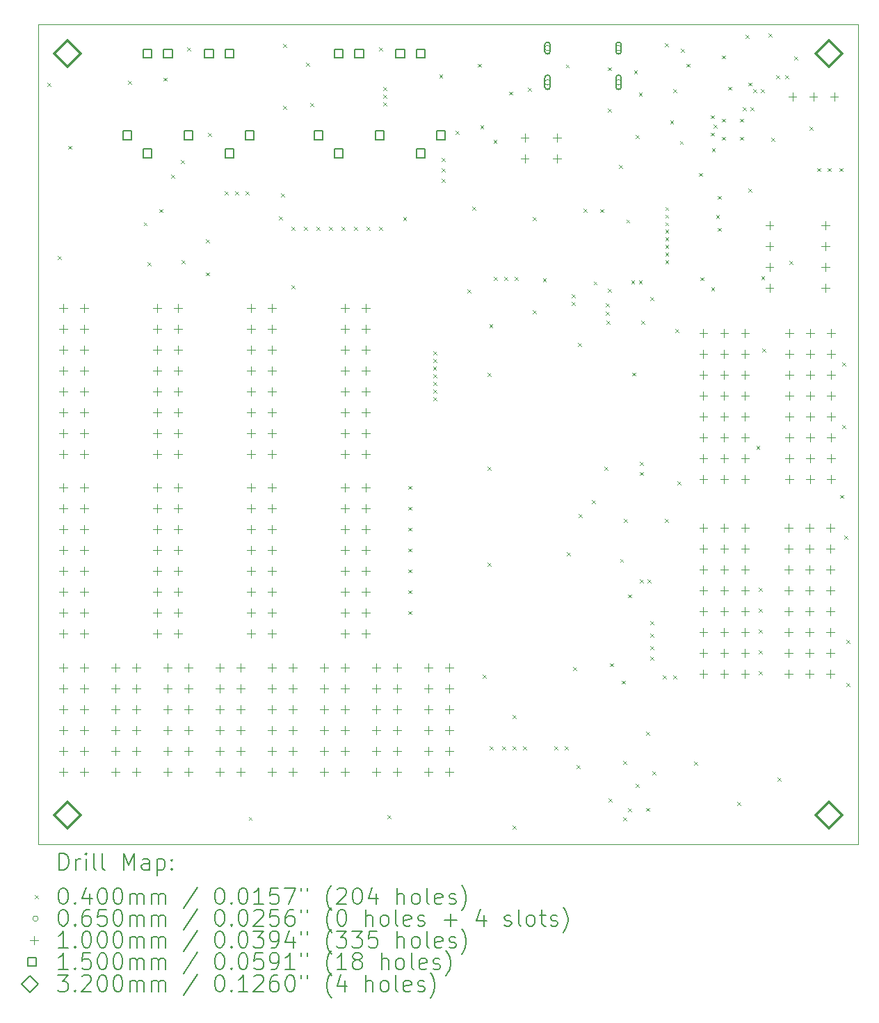
<source format=gbr>
%TF.GenerationSoftware,KiCad,Pcbnew,6.0.9*%
%TF.CreationDate,2022-11-24T22:44:43+01:00*%
%TF.ProjectId,OpenDeck-r2.2.0,4f70656e-4465-4636-9b2d-72322e322e30,rev?*%
%TF.SameCoordinates,Original*%
%TF.FileFunction,Drillmap*%
%TF.FilePolarity,Positive*%
%FSLAX45Y45*%
G04 Gerber Fmt 4.5, Leading zero omitted, Abs format (unit mm)*
G04 Created by KiCad (PCBNEW 6.0.9) date 2022-11-24 22:44:43*
%MOMM*%
%LPD*%
G01*
G04 APERTURE LIST*
%ADD10C,0.050000*%
%ADD11C,0.200000*%
%ADD12C,0.040000*%
%ADD13C,0.065000*%
%ADD14C,0.100000*%
%ADD15C,0.150000*%
%ADD16C,0.320000*%
G04 APERTURE END LIST*
D10*
X9859010Y-15491460D02*
X9859010Y-5509260D01*
X19841210Y-15491460D02*
X9859010Y-15491460D01*
X9859010Y-5509260D02*
X19841210Y-5509260D01*
X19841210Y-5509260D02*
X19841210Y-15491460D01*
D11*
D12*
X9966010Y-6225860D02*
X10006010Y-6265860D01*
X10006010Y-6225860D02*
X9966010Y-6265860D01*
X10093010Y-8334060D02*
X10133010Y-8374060D01*
X10133010Y-8334060D02*
X10093010Y-8374060D01*
X10220000Y-6990000D02*
X10260000Y-7030000D01*
X10260000Y-6990000D02*
X10220000Y-7030000D01*
X10950000Y-6200000D02*
X10990000Y-6240000D01*
X10990000Y-6200000D02*
X10950000Y-6240000D01*
X11140000Y-7920000D02*
X11180000Y-7960000D01*
X11180000Y-7920000D02*
X11140000Y-7960000D01*
X11185210Y-8410260D02*
X11225210Y-8450260D01*
X11225210Y-8410260D02*
X11185210Y-8450260D01*
X11330000Y-7760000D02*
X11370000Y-7800000D01*
X11370000Y-7760000D02*
X11330000Y-7800000D01*
X11380000Y-6160000D02*
X11420000Y-6200000D01*
X11420000Y-6160000D02*
X11380000Y-6200000D01*
X11476540Y-7343460D02*
X11516540Y-7383460D01*
X11516540Y-7343460D02*
X11476540Y-7383460D01*
X11591610Y-7165660D02*
X11631610Y-7205660D01*
X11631610Y-7165660D02*
X11591610Y-7205660D01*
X11600000Y-8380000D02*
X11640000Y-8420000D01*
X11640000Y-8380000D02*
X11600000Y-8420000D01*
X11667810Y-5794060D02*
X11707810Y-5834060D01*
X11707810Y-5794060D02*
X11667810Y-5834060D01*
X11896410Y-8130860D02*
X11936410Y-8170860D01*
X11936410Y-8130860D02*
X11896410Y-8170860D01*
X11900000Y-8530000D02*
X11940000Y-8570000D01*
X11940000Y-8530000D02*
X11900000Y-8570000D01*
X11921810Y-6835460D02*
X11961810Y-6875460D01*
X11961810Y-6835460D02*
X11921810Y-6875460D01*
X12125010Y-7546660D02*
X12165010Y-7586660D01*
X12165010Y-7546660D02*
X12125010Y-7586660D01*
X12252010Y-7546660D02*
X12292010Y-7586660D01*
X12292010Y-7546660D02*
X12252010Y-7586660D01*
X12379010Y-7546660D02*
X12419010Y-7586660D01*
X12419010Y-7546660D02*
X12379010Y-7586660D01*
X12420000Y-15160000D02*
X12460000Y-15200000D01*
X12460000Y-15160000D02*
X12420000Y-15200000D01*
X12785410Y-7851460D02*
X12825410Y-7891460D01*
X12825410Y-7851460D02*
X12785410Y-7891460D01*
X12810810Y-7572060D02*
X12850810Y-7612060D01*
X12850810Y-7572060D02*
X12810810Y-7612060D01*
X12840000Y-5750000D02*
X12880000Y-5790000D01*
X12880000Y-5750000D02*
X12840000Y-5790000D01*
X12840000Y-6500000D02*
X12880000Y-6540000D01*
X12880000Y-6500000D02*
X12840000Y-6540000D01*
X12937810Y-7978460D02*
X12977810Y-8018460D01*
X12977810Y-7978460D02*
X12937810Y-8018460D01*
X12940000Y-8690000D02*
X12980000Y-8730000D01*
X12980000Y-8690000D02*
X12940000Y-8730000D01*
X13090210Y-7978460D02*
X13130210Y-8018460D01*
X13130210Y-7978460D02*
X13090210Y-8018460D01*
X13120000Y-5980000D02*
X13160000Y-6020000D01*
X13160000Y-5980000D02*
X13120000Y-6020000D01*
X13170000Y-6470000D02*
X13210000Y-6510000D01*
X13210000Y-6470000D02*
X13170000Y-6510000D01*
X13242610Y-7978460D02*
X13282610Y-8018460D01*
X13282610Y-7978460D02*
X13242610Y-8018460D01*
X13395010Y-7978460D02*
X13435010Y-8018460D01*
X13435010Y-7978460D02*
X13395010Y-8018460D01*
X13547410Y-7978460D02*
X13587410Y-8018460D01*
X13587410Y-7978460D02*
X13547410Y-8018460D01*
X13699810Y-7978460D02*
X13739810Y-8018460D01*
X13739810Y-7978460D02*
X13699810Y-8018460D01*
X13852210Y-7978460D02*
X13892210Y-8018460D01*
X13892210Y-7978460D02*
X13852210Y-8018460D01*
X14004610Y-5794060D02*
X14044610Y-5834060D01*
X14044610Y-5794060D02*
X14004610Y-5834060D01*
X14004610Y-7978460D02*
X14044610Y-8018460D01*
X14044610Y-7978460D02*
X14004610Y-8018460D01*
X14060000Y-6274699D02*
X14100000Y-6314699D01*
X14100000Y-6274699D02*
X14060000Y-6314699D01*
X14060000Y-6367350D02*
X14100000Y-6407350D01*
X14100000Y-6367350D02*
X14060000Y-6407350D01*
X14060000Y-6460000D02*
X14100000Y-6500000D01*
X14100000Y-6460000D02*
X14060000Y-6500000D01*
X14110000Y-15140000D02*
X14150000Y-15180000D01*
X14150000Y-15140000D02*
X14110000Y-15180000D01*
X14300000Y-7860000D02*
X14340000Y-7900000D01*
X14340000Y-7860000D02*
X14300000Y-7900000D01*
X14360000Y-11130600D02*
X14400000Y-11170600D01*
X14400000Y-11130600D02*
X14360000Y-11170600D01*
X14360000Y-11384600D02*
X14400000Y-11424600D01*
X14400000Y-11384600D02*
X14360000Y-11424600D01*
X14360000Y-11638600D02*
X14400000Y-11678600D01*
X14400000Y-11638600D02*
X14360000Y-11678600D01*
X14360000Y-11892600D02*
X14400000Y-11932600D01*
X14400000Y-11892600D02*
X14360000Y-11932600D01*
X14360000Y-12146600D02*
X14400000Y-12186600D01*
X14400000Y-12146600D02*
X14360000Y-12186600D01*
X14360000Y-12400600D02*
X14400000Y-12440600D01*
X14400000Y-12400600D02*
X14360000Y-12440600D01*
X14360000Y-12654600D02*
X14400000Y-12694600D01*
X14400000Y-12654600D02*
X14360000Y-12694600D01*
X14664124Y-9678264D02*
X14704124Y-9718264D01*
X14704124Y-9678264D02*
X14664124Y-9718264D01*
X14666501Y-9770883D02*
X14706501Y-9810883D01*
X14706501Y-9770883D02*
X14666501Y-9810883D01*
X14666813Y-9493002D02*
X14706813Y-9533002D01*
X14706813Y-9493002D02*
X14666813Y-9533002D01*
X14666813Y-9585652D02*
X14706813Y-9625652D01*
X14706813Y-9585652D02*
X14666813Y-9625652D01*
X14668576Y-9863510D02*
X14708576Y-9903510D01*
X14708576Y-9863510D02*
X14668576Y-9903510D01*
X14669986Y-9956150D02*
X14709986Y-9996150D01*
X14709986Y-9956150D02*
X14669986Y-9996150D01*
X14670000Y-10048800D02*
X14710000Y-10088800D01*
X14710000Y-10048800D02*
X14670000Y-10088800D01*
X14740000Y-6120000D02*
X14780000Y-6160000D01*
X14780000Y-6120000D02*
X14740000Y-6160000D01*
X14766610Y-7140260D02*
X14806610Y-7180260D01*
X14806610Y-7140260D02*
X14766610Y-7180260D01*
X14766610Y-7267260D02*
X14806610Y-7307260D01*
X14806610Y-7267260D02*
X14766610Y-7307260D01*
X14766610Y-7394260D02*
X14806610Y-7434260D01*
X14806610Y-7394260D02*
X14766610Y-7434260D01*
X14940000Y-6810000D02*
X14980000Y-6850000D01*
X14980000Y-6810000D02*
X14940000Y-6850000D01*
X15080000Y-8740000D02*
X15120000Y-8780000D01*
X15120000Y-8740000D02*
X15080000Y-8780000D01*
X15140000Y-7730000D02*
X15180000Y-7770000D01*
X15180000Y-7730000D02*
X15140000Y-7770000D01*
X15210000Y-5990000D02*
X15250000Y-6030000D01*
X15250000Y-5990000D02*
X15210000Y-6030000D01*
X15240000Y-6740000D02*
X15280000Y-6780000D01*
X15280000Y-6740000D02*
X15240000Y-6780000D01*
X15270000Y-13430000D02*
X15310000Y-13470000D01*
X15310000Y-13430000D02*
X15270000Y-13470000D01*
X15325410Y-9756460D02*
X15365410Y-9796460D01*
X15365410Y-9756460D02*
X15325410Y-9796460D01*
X15325410Y-10899460D02*
X15365410Y-10939460D01*
X15365410Y-10899460D02*
X15325410Y-10939460D01*
X15325410Y-12067860D02*
X15365410Y-12107860D01*
X15365410Y-12067860D02*
X15325410Y-12107860D01*
X15350000Y-9160000D02*
X15390000Y-9200000D01*
X15390000Y-9160000D02*
X15350000Y-9200000D01*
X15350810Y-14303060D02*
X15390810Y-14343060D01*
X15390810Y-14303060D02*
X15350810Y-14343060D01*
X15400000Y-6920000D02*
X15440000Y-6960000D01*
X15440000Y-6920000D02*
X15400000Y-6960000D01*
X15401610Y-8588060D02*
X15441610Y-8628060D01*
X15441610Y-8588060D02*
X15401610Y-8628060D01*
X15503210Y-14303060D02*
X15543210Y-14343060D01*
X15543210Y-14303060D02*
X15503210Y-14343060D01*
X15528610Y-8588060D02*
X15568610Y-8628060D01*
X15568610Y-8588060D02*
X15528610Y-8628060D01*
X15590000Y-6330000D02*
X15630000Y-6370000D01*
X15630000Y-6330000D02*
X15590000Y-6370000D01*
X15630210Y-13922060D02*
X15670210Y-13962060D01*
X15670210Y-13922060D02*
X15630210Y-13962060D01*
X15630210Y-14303060D02*
X15670210Y-14343060D01*
X15670210Y-14303060D02*
X15630210Y-14343060D01*
X15630210Y-15268260D02*
X15670210Y-15308260D01*
X15670210Y-15268260D02*
X15630210Y-15308260D01*
X15655610Y-8588060D02*
X15695610Y-8628060D01*
X15695610Y-8588060D02*
X15655610Y-8628060D01*
X15757210Y-14303060D02*
X15797210Y-14343060D01*
X15797210Y-14303060D02*
X15757210Y-14343060D01*
X15820000Y-6280000D02*
X15860000Y-6320000D01*
X15860000Y-6280000D02*
X15820000Y-6320000D01*
X15878637Y-7858009D02*
X15918637Y-7898009D01*
X15918637Y-7858009D02*
X15878637Y-7898009D01*
X15880000Y-8990000D02*
X15920000Y-9030000D01*
X15920000Y-8990000D02*
X15880000Y-9030000D01*
X16000000Y-8600000D02*
X16040000Y-8640000D01*
X16040000Y-8600000D02*
X16000000Y-8640000D01*
X16138210Y-14303060D02*
X16178210Y-14343060D01*
X16178210Y-14303060D02*
X16138210Y-14343060D01*
X16265210Y-14303060D02*
X16305210Y-14343060D01*
X16305210Y-14303060D02*
X16265210Y-14343060D01*
X16280000Y-6000000D02*
X16320000Y-6040000D01*
X16320000Y-6000000D02*
X16280000Y-6040000D01*
X16290610Y-11940860D02*
X16330610Y-11980860D01*
X16330610Y-11940860D02*
X16290610Y-11980860D01*
X16350000Y-8797350D02*
X16390000Y-8837350D01*
X16390000Y-8797350D02*
X16350000Y-8837350D01*
X16350000Y-8890000D02*
X16390000Y-8930000D01*
X16390000Y-8890000D02*
X16350000Y-8930000D01*
X16366810Y-13337860D02*
X16406810Y-13377860D01*
X16406810Y-13337860D02*
X16366810Y-13377860D01*
X16410000Y-14530000D02*
X16450000Y-14570000D01*
X16450000Y-14530000D02*
X16410000Y-14570000D01*
X16430000Y-9390000D02*
X16470000Y-9430000D01*
X16470000Y-9390000D02*
X16430000Y-9430000D01*
X16440000Y-11470000D02*
X16480000Y-11510000D01*
X16480000Y-11470000D02*
X16440000Y-11510000D01*
X16495000Y-7755000D02*
X16535000Y-7795000D01*
X16535000Y-7755000D02*
X16495000Y-7795000D01*
X16595410Y-11305860D02*
X16635410Y-11345860D01*
X16635410Y-11305860D02*
X16595410Y-11345860D01*
X16620000Y-8640000D02*
X16660000Y-8680000D01*
X16660000Y-8640000D02*
X16620000Y-8680000D01*
X16700000Y-7760000D02*
X16740000Y-7800000D01*
X16740000Y-7760000D02*
X16700000Y-7800000D01*
X16747810Y-10899460D02*
X16787810Y-10939460D01*
X16787810Y-10899460D02*
X16747810Y-10939460D01*
X16770000Y-8910000D02*
X16810000Y-8950000D01*
X16810000Y-8910000D02*
X16770000Y-8950000D01*
X16770000Y-9010000D02*
X16810000Y-9050000D01*
X16810000Y-9010000D02*
X16770000Y-9050000D01*
X16773210Y-9121460D02*
X16813210Y-9161460D01*
X16813210Y-9121460D02*
X16773210Y-9161460D01*
X16790000Y-6534170D02*
X16830000Y-6574170D01*
X16830000Y-6534170D02*
X16790000Y-6574170D01*
X16790000Y-8730000D02*
X16830000Y-8770000D01*
X16830000Y-8730000D02*
X16790000Y-8770000D01*
X16792112Y-6034223D02*
X16832112Y-6074223D01*
X16832112Y-6034223D02*
X16792112Y-6074223D01*
X16798610Y-14938060D02*
X16838610Y-14978060D01*
X16838610Y-14938060D02*
X16798610Y-14978060D01*
X16820000Y-13290000D02*
X16860000Y-13330000D01*
X16860000Y-13290000D02*
X16820000Y-13330000D01*
X16930000Y-7220000D02*
X16970000Y-7260000D01*
X16970000Y-7220000D02*
X16930000Y-7260000D01*
X16940000Y-12020000D02*
X16980000Y-12060000D01*
X16980000Y-12020000D02*
X16940000Y-12060000D01*
X16960000Y-13500000D02*
X17000000Y-13540000D01*
X17000000Y-13500000D02*
X16960000Y-13540000D01*
X16976410Y-14480860D02*
X17016410Y-14520860D01*
X17016410Y-14480860D02*
X16976410Y-14520860D01*
X16976410Y-15166660D02*
X17016410Y-15206660D01*
X17016410Y-15166660D02*
X16976410Y-15206660D01*
X16990000Y-11530000D02*
X17030000Y-11570000D01*
X17030000Y-11530000D02*
X16990000Y-11570000D01*
X17017140Y-7887140D02*
X17057140Y-7927140D01*
X17057140Y-7887140D02*
X17017140Y-7927140D01*
X17040000Y-12450000D02*
X17080000Y-12490000D01*
X17080000Y-12450000D02*
X17040000Y-12490000D01*
X17040663Y-15053112D02*
X17080663Y-15093112D01*
X17080663Y-15053112D02*
X17040663Y-15093112D01*
X17077350Y-8630000D02*
X17117350Y-8670000D01*
X17117350Y-8630000D02*
X17077350Y-8670000D01*
X17090000Y-9750000D02*
X17130000Y-9790000D01*
X17130000Y-9750000D02*
X17090000Y-9790000D01*
X17110000Y-6070000D02*
X17150000Y-6110000D01*
X17150000Y-6070000D02*
X17110000Y-6110000D01*
X17128810Y-14760260D02*
X17168810Y-14800260D01*
X17168810Y-14760260D02*
X17128810Y-14800260D01*
X17130000Y-6860000D02*
X17170000Y-6900000D01*
X17170000Y-6860000D02*
X17130000Y-6900000D01*
X17170000Y-6340000D02*
X17210000Y-6380000D01*
X17210000Y-6340000D02*
X17170000Y-6380000D01*
X17170000Y-8630000D02*
X17210000Y-8670000D01*
X17210000Y-8630000D02*
X17170000Y-8670000D01*
X17180000Y-10840000D02*
X17220000Y-10880000D01*
X17220000Y-10840000D02*
X17180000Y-10880000D01*
X17180000Y-10960000D02*
X17220000Y-11000000D01*
X17220000Y-10960000D02*
X17180000Y-11000000D01*
X17180000Y-12271060D02*
X17220000Y-12311060D01*
X17220000Y-12271060D02*
X17180000Y-12311060D01*
X17200000Y-9120000D02*
X17240000Y-9160000D01*
X17240000Y-9120000D02*
X17200000Y-9160000D01*
X17255810Y-14125260D02*
X17295810Y-14165260D01*
X17295810Y-14125260D02*
X17255810Y-14165260D01*
X17260000Y-15050000D02*
X17300000Y-15090000D01*
X17300000Y-15050000D02*
X17260000Y-15090000D01*
X17272644Y-12269969D02*
X17312644Y-12309969D01*
X17312644Y-12269969D02*
X17272644Y-12309969D01*
X17306610Y-12779060D02*
X17346610Y-12819060D01*
X17346610Y-12779060D02*
X17306610Y-12819060D01*
X17306610Y-12931460D02*
X17346610Y-12971460D01*
X17346610Y-12931460D02*
X17306610Y-12971460D01*
X17306610Y-13083860D02*
X17346610Y-13123860D01*
X17346610Y-13083860D02*
X17306610Y-13123860D01*
X17306610Y-13210860D02*
X17346610Y-13250860D01*
X17346610Y-13210860D02*
X17306610Y-13250860D01*
X17310000Y-8830000D02*
X17350000Y-8870000D01*
X17350000Y-8830000D02*
X17310000Y-8870000D01*
X17332010Y-14607860D02*
X17372010Y-14647860D01*
X17372010Y-14607860D02*
X17332010Y-14647860D01*
X17459010Y-13439460D02*
X17499010Y-13479460D01*
X17499010Y-13439460D02*
X17459010Y-13479460D01*
X17484410Y-5740000D02*
X17524410Y-5780000D01*
X17524410Y-5740000D02*
X17484410Y-5780000D01*
X17484410Y-11534460D02*
X17524410Y-11574460D01*
X17524410Y-11534460D02*
X17484410Y-11574460D01*
X17490000Y-7734699D02*
X17530000Y-7774699D01*
X17530000Y-7734699D02*
X17490000Y-7774699D01*
X17490000Y-7827350D02*
X17530000Y-7867350D01*
X17530000Y-7827350D02*
X17490000Y-7867350D01*
X17490000Y-7920000D02*
X17530000Y-7960000D01*
X17530000Y-7920000D02*
X17490000Y-7960000D01*
X17490000Y-8012650D02*
X17530000Y-8052650D01*
X17530000Y-8012650D02*
X17490000Y-8052650D01*
X17490000Y-8105301D02*
X17530000Y-8145301D01*
X17530000Y-8105301D02*
X17490000Y-8145301D01*
X17490000Y-8197951D02*
X17530000Y-8237951D01*
X17530000Y-8197951D02*
X17490000Y-8237951D01*
X17490000Y-8290601D02*
X17530000Y-8330601D01*
X17530000Y-8290601D02*
X17490000Y-8330601D01*
X17490000Y-8383251D02*
X17530000Y-8423252D01*
X17530000Y-8383251D02*
X17490000Y-8423252D01*
X17550587Y-6680587D02*
X17590587Y-6720587D01*
X17590587Y-6680587D02*
X17550587Y-6720587D01*
X17586010Y-13439460D02*
X17626010Y-13479460D01*
X17626010Y-13439460D02*
X17586010Y-13479460D01*
X17590000Y-6300000D02*
X17630000Y-6340000D01*
X17630000Y-6300000D02*
X17590000Y-6340000D01*
X17611410Y-9223060D02*
X17651410Y-9263060D01*
X17651410Y-9223060D02*
X17611410Y-9263060D01*
X17636810Y-11077260D02*
X17676810Y-11117260D01*
X17676810Y-11077260D02*
X17636810Y-11117260D01*
X17670000Y-6930000D02*
X17710000Y-6970000D01*
X17710000Y-6930000D02*
X17670000Y-6970000D01*
X17680000Y-5810000D02*
X17720000Y-5850000D01*
X17720000Y-5810000D02*
X17680000Y-5850000D01*
X17750000Y-5990000D02*
X17790000Y-6030000D01*
X17790000Y-5990000D02*
X17750000Y-6030000D01*
X17840000Y-14490000D02*
X17880000Y-14530000D01*
X17880000Y-14490000D02*
X17840000Y-14530000D01*
X17900000Y-7320000D02*
X17940000Y-7360000D01*
X17940000Y-7320000D02*
X17900000Y-7360000D01*
X17920000Y-8590000D02*
X17960000Y-8630000D01*
X17960000Y-8590000D02*
X17920000Y-8630000D01*
X18042650Y-6617350D02*
X18082650Y-6657350D01*
X18082650Y-6617350D02*
X18042650Y-6657350D01*
X18042650Y-6830000D02*
X18082650Y-6870000D01*
X18082650Y-6830000D02*
X18042650Y-6870000D01*
X18050000Y-8710000D02*
X18090000Y-8750000D01*
X18090000Y-8710000D02*
X18050000Y-8750000D01*
X18058634Y-7017703D02*
X18098634Y-7057703D01*
X18098634Y-7017703D02*
X18058634Y-7057703D01*
X18077350Y-6730000D02*
X18117350Y-6770000D01*
X18117350Y-6730000D02*
X18077350Y-6770000D01*
X18110000Y-7830000D02*
X18150000Y-7870000D01*
X18150000Y-7830000D02*
X18110000Y-7870000D01*
X18130000Y-7600000D02*
X18170000Y-7640000D01*
X18170000Y-7600000D02*
X18130000Y-7640000D01*
X18130000Y-7990000D02*
X18170000Y-8030000D01*
X18170000Y-7990000D02*
X18130000Y-8030000D01*
X18180000Y-5890000D02*
X18220000Y-5930000D01*
X18220000Y-5890000D02*
X18180000Y-5930000D01*
X18180000Y-6660000D02*
X18220000Y-6700000D01*
X18220000Y-6660000D02*
X18180000Y-6700000D01*
X18180000Y-6880000D02*
X18220000Y-6920000D01*
X18220000Y-6880000D02*
X18180000Y-6920000D01*
X18260000Y-6270000D02*
X18300000Y-6310000D01*
X18300000Y-6270000D02*
X18260000Y-6310000D01*
X18370000Y-14980000D02*
X18410000Y-15020000D01*
X18410000Y-14980000D02*
X18370000Y-15020000D01*
X18400000Y-6660000D02*
X18440000Y-6700000D01*
X18440000Y-6660000D02*
X18400000Y-6700000D01*
X18400000Y-6880000D02*
X18440000Y-6920000D01*
X18440000Y-6880000D02*
X18400000Y-6920000D01*
X18436935Y-6522618D02*
X18476935Y-6562618D01*
X18476935Y-6522618D02*
X18436935Y-6562618D01*
X18470000Y-5640000D02*
X18510000Y-5680000D01*
X18510000Y-5640000D02*
X18470000Y-5680000D01*
X18500000Y-6220000D02*
X18540000Y-6260000D01*
X18540000Y-6220000D02*
X18500000Y-6260000D01*
X18500000Y-7510000D02*
X18540000Y-7550000D01*
X18540000Y-7510000D02*
X18500000Y-7550000D01*
X18529584Y-6522189D02*
X18569584Y-6562189D01*
X18569584Y-6522189D02*
X18529584Y-6562189D01*
X18560000Y-6300000D02*
X18600000Y-6340000D01*
X18600000Y-6300000D02*
X18560000Y-6340000D01*
X18600000Y-10645460D02*
X18640000Y-10685460D01*
X18640000Y-10645460D02*
X18600000Y-10685460D01*
X18627410Y-12372660D02*
X18667410Y-12412660D01*
X18667410Y-12372660D02*
X18627410Y-12412660D01*
X18627410Y-12626660D02*
X18667410Y-12666660D01*
X18667410Y-12626660D02*
X18627410Y-12666660D01*
X18627410Y-12880660D02*
X18667410Y-12920660D01*
X18667410Y-12880660D02*
X18627410Y-12920660D01*
X18627410Y-13134660D02*
X18667410Y-13174660D01*
X18667410Y-13134660D02*
X18627410Y-13174660D01*
X18627410Y-13388660D02*
X18667410Y-13428660D01*
X18667410Y-13388660D02*
X18627410Y-13428660D01*
X18652650Y-6300000D02*
X18692650Y-6340000D01*
X18692650Y-6300000D02*
X18652650Y-6340000D01*
X18660000Y-8580000D02*
X18700000Y-8620000D01*
X18700000Y-8580000D02*
X18660000Y-8620000D01*
X18670000Y-9460000D02*
X18710000Y-9500000D01*
X18710000Y-9460000D02*
X18670000Y-9500000D01*
X18750000Y-5620000D02*
X18790000Y-5660000D01*
X18790000Y-5620000D02*
X18750000Y-5660000D01*
X18780000Y-6890000D02*
X18820000Y-6930000D01*
X18820000Y-6890000D02*
X18780000Y-6930000D01*
X18840000Y-6130000D02*
X18880000Y-6170000D01*
X18880000Y-6130000D02*
X18840000Y-6170000D01*
X18860000Y-14680000D02*
X18900000Y-14720000D01*
X18900000Y-14680000D02*
X18860000Y-14720000D01*
X18950000Y-6130000D02*
X18990000Y-6170000D01*
X18990000Y-6130000D02*
X18950000Y-6170000D01*
X19000000Y-8390000D02*
X19040000Y-8430000D01*
X19040000Y-8390000D02*
X19000000Y-8430000D01*
X19060000Y-5900000D02*
X19100000Y-5940000D01*
X19100000Y-5900000D02*
X19060000Y-5940000D01*
X19250000Y-6760000D02*
X19290000Y-6800000D01*
X19290000Y-6760000D02*
X19250000Y-6800000D01*
X19340000Y-7260000D02*
X19380000Y-7300000D01*
X19380000Y-7260000D02*
X19340000Y-7300000D01*
X19470000Y-7260000D02*
X19510000Y-7300000D01*
X19510000Y-7260000D02*
X19470000Y-7300000D01*
X19610000Y-7260000D02*
X19650000Y-7300000D01*
X19650000Y-7260000D02*
X19610000Y-7300000D01*
X19620000Y-11240000D02*
X19660000Y-11280000D01*
X19660000Y-11240000D02*
X19620000Y-11280000D01*
X19643410Y-9629460D02*
X19683410Y-9669460D01*
X19683410Y-9629460D02*
X19643410Y-9669460D01*
X19643410Y-10391460D02*
X19683410Y-10431460D01*
X19683410Y-10391460D02*
X19643410Y-10431460D01*
X19668810Y-11737660D02*
X19708810Y-11777660D01*
X19708810Y-11737660D02*
X19668810Y-11777660D01*
X19694210Y-13007660D02*
X19734210Y-13047660D01*
X19734210Y-13007660D02*
X19694210Y-13047660D01*
X19694210Y-13528360D02*
X19734210Y-13568360D01*
X19734210Y-13528360D02*
X19694210Y-13568360D01*
D13*
X16090000Y-5800000D02*
G75*
G03*
X16090000Y-5800000I-32500J0D01*
G01*
D11*
X16090000Y-5840000D02*
X16090000Y-5760000D01*
X16025000Y-5840000D02*
X16025000Y-5760000D01*
X16090000Y-5760000D02*
G75*
G03*
X16025000Y-5760000I-32500J0D01*
G01*
X16025000Y-5840000D02*
G75*
G03*
X16090000Y-5840000I32500J0D01*
G01*
D13*
X16090000Y-6217000D02*
G75*
G03*
X16090000Y-6217000I-32500J0D01*
G01*
D11*
X16090000Y-6272000D02*
X16090000Y-6162000D01*
X16025000Y-6272000D02*
X16025000Y-6162000D01*
X16090000Y-6162000D02*
G75*
G03*
X16025000Y-6162000I-32500J0D01*
G01*
X16025000Y-6272000D02*
G75*
G03*
X16090000Y-6272000I32500J0D01*
G01*
D13*
X16955000Y-5800000D02*
G75*
G03*
X16955000Y-5800000I-32500J0D01*
G01*
D11*
X16955000Y-5840000D02*
X16955000Y-5760000D01*
X16890000Y-5840000D02*
X16890000Y-5760000D01*
X16955000Y-5760000D02*
G75*
G03*
X16890000Y-5760000I-32500J0D01*
G01*
X16890000Y-5840000D02*
G75*
G03*
X16955000Y-5840000I32500J0D01*
G01*
D13*
X16955000Y-6217000D02*
G75*
G03*
X16955000Y-6217000I-32500J0D01*
G01*
D11*
X16955000Y-6272000D02*
X16955000Y-6162000D01*
X16890000Y-6272000D02*
X16890000Y-6162000D01*
X16955000Y-6162000D02*
G75*
G03*
X16890000Y-6162000I-32500J0D01*
G01*
X16890000Y-6272000D02*
G75*
G03*
X16955000Y-6272000I32500J0D01*
G01*
D14*
X10160000Y-8916200D02*
X10160000Y-9016200D01*
X10110000Y-8966200D02*
X10210000Y-8966200D01*
X10160000Y-9170200D02*
X10160000Y-9270200D01*
X10110000Y-9220200D02*
X10210000Y-9220200D01*
X10160000Y-9424200D02*
X10160000Y-9524200D01*
X10110000Y-9474200D02*
X10210000Y-9474200D01*
X10160000Y-9678200D02*
X10160000Y-9778200D01*
X10110000Y-9728200D02*
X10210000Y-9728200D01*
X10160000Y-9932200D02*
X10160000Y-10032200D01*
X10110000Y-9982200D02*
X10210000Y-9982200D01*
X10160000Y-10186200D02*
X10160000Y-10286200D01*
X10110000Y-10236200D02*
X10210000Y-10236200D01*
X10160000Y-10440200D02*
X10160000Y-10540200D01*
X10110000Y-10490200D02*
X10210000Y-10490200D01*
X10160000Y-10694200D02*
X10160000Y-10794200D01*
X10110000Y-10744200D02*
X10210000Y-10744200D01*
X10160000Y-11100600D02*
X10160000Y-11200600D01*
X10110000Y-11150600D02*
X10210000Y-11150600D01*
X10160000Y-11354600D02*
X10160000Y-11454600D01*
X10110000Y-11404600D02*
X10210000Y-11404600D01*
X10160000Y-11608600D02*
X10160000Y-11708600D01*
X10110000Y-11658600D02*
X10210000Y-11658600D01*
X10160000Y-11862600D02*
X10160000Y-11962600D01*
X10110000Y-11912600D02*
X10210000Y-11912600D01*
X10160000Y-12116600D02*
X10160000Y-12216600D01*
X10110000Y-12166600D02*
X10210000Y-12166600D01*
X10160000Y-12370600D02*
X10160000Y-12470600D01*
X10110000Y-12420600D02*
X10210000Y-12420600D01*
X10160000Y-12624600D02*
X10160000Y-12724600D01*
X10110000Y-12674600D02*
X10210000Y-12674600D01*
X10160000Y-12878600D02*
X10160000Y-12978600D01*
X10110000Y-12928600D02*
X10210000Y-12928600D01*
X10160000Y-13290000D02*
X10160000Y-13390000D01*
X10110000Y-13340000D02*
X10210000Y-13340000D01*
X10160000Y-13544000D02*
X10160000Y-13644000D01*
X10110000Y-13594000D02*
X10210000Y-13594000D01*
X10160000Y-13798000D02*
X10160000Y-13898000D01*
X10110000Y-13848000D02*
X10210000Y-13848000D01*
X10160000Y-14052000D02*
X10160000Y-14152000D01*
X10110000Y-14102000D02*
X10210000Y-14102000D01*
X10160000Y-14306000D02*
X10160000Y-14406000D01*
X10110000Y-14356000D02*
X10210000Y-14356000D01*
X10160000Y-14560000D02*
X10160000Y-14660000D01*
X10110000Y-14610000D02*
X10210000Y-14610000D01*
X10414000Y-8916200D02*
X10414000Y-9016200D01*
X10364000Y-8966200D02*
X10464000Y-8966200D01*
X10414000Y-9170200D02*
X10414000Y-9270200D01*
X10364000Y-9220200D02*
X10464000Y-9220200D01*
X10414000Y-9424200D02*
X10414000Y-9524200D01*
X10364000Y-9474200D02*
X10464000Y-9474200D01*
X10414000Y-9678200D02*
X10414000Y-9778200D01*
X10364000Y-9728200D02*
X10464000Y-9728200D01*
X10414000Y-9932200D02*
X10414000Y-10032200D01*
X10364000Y-9982200D02*
X10464000Y-9982200D01*
X10414000Y-10186200D02*
X10414000Y-10286200D01*
X10364000Y-10236200D02*
X10464000Y-10236200D01*
X10414000Y-10440200D02*
X10414000Y-10540200D01*
X10364000Y-10490200D02*
X10464000Y-10490200D01*
X10414000Y-10694200D02*
X10414000Y-10794200D01*
X10364000Y-10744200D02*
X10464000Y-10744200D01*
X10414000Y-11100600D02*
X10414000Y-11200600D01*
X10364000Y-11150600D02*
X10464000Y-11150600D01*
X10414000Y-11354600D02*
X10414000Y-11454600D01*
X10364000Y-11404600D02*
X10464000Y-11404600D01*
X10414000Y-11608600D02*
X10414000Y-11708600D01*
X10364000Y-11658600D02*
X10464000Y-11658600D01*
X10414000Y-11862600D02*
X10414000Y-11962600D01*
X10364000Y-11912600D02*
X10464000Y-11912600D01*
X10414000Y-12116600D02*
X10414000Y-12216600D01*
X10364000Y-12166600D02*
X10464000Y-12166600D01*
X10414000Y-12370600D02*
X10414000Y-12470600D01*
X10364000Y-12420600D02*
X10464000Y-12420600D01*
X10414000Y-12624600D02*
X10414000Y-12724600D01*
X10364000Y-12674600D02*
X10464000Y-12674600D01*
X10414000Y-12878600D02*
X10414000Y-12978600D01*
X10364000Y-12928600D02*
X10464000Y-12928600D01*
X10414000Y-13290000D02*
X10414000Y-13390000D01*
X10364000Y-13340000D02*
X10464000Y-13340000D01*
X10414000Y-13544000D02*
X10414000Y-13644000D01*
X10364000Y-13594000D02*
X10464000Y-13594000D01*
X10414000Y-13798000D02*
X10414000Y-13898000D01*
X10364000Y-13848000D02*
X10464000Y-13848000D01*
X10414000Y-14052000D02*
X10414000Y-14152000D01*
X10364000Y-14102000D02*
X10464000Y-14102000D01*
X10414000Y-14306000D02*
X10414000Y-14406000D01*
X10364000Y-14356000D02*
X10464000Y-14356000D01*
X10414000Y-14560000D02*
X10414000Y-14660000D01*
X10364000Y-14610000D02*
X10464000Y-14610000D01*
X10795000Y-13290000D02*
X10795000Y-13390000D01*
X10745000Y-13340000D02*
X10845000Y-13340000D01*
X10795000Y-13544000D02*
X10795000Y-13644000D01*
X10745000Y-13594000D02*
X10845000Y-13594000D01*
X10795000Y-13798000D02*
X10795000Y-13898000D01*
X10745000Y-13848000D02*
X10845000Y-13848000D01*
X10795000Y-14052000D02*
X10795000Y-14152000D01*
X10745000Y-14102000D02*
X10845000Y-14102000D01*
X10795000Y-14306000D02*
X10795000Y-14406000D01*
X10745000Y-14356000D02*
X10845000Y-14356000D01*
X10795000Y-14560000D02*
X10795000Y-14660000D01*
X10745000Y-14610000D02*
X10845000Y-14610000D01*
X11049000Y-13290000D02*
X11049000Y-13390000D01*
X10999000Y-13340000D02*
X11099000Y-13340000D01*
X11049000Y-13544000D02*
X11049000Y-13644000D01*
X10999000Y-13594000D02*
X11099000Y-13594000D01*
X11049000Y-13798000D02*
X11049000Y-13898000D01*
X10999000Y-13848000D02*
X11099000Y-13848000D01*
X11049000Y-14052000D02*
X11049000Y-14152000D01*
X10999000Y-14102000D02*
X11099000Y-14102000D01*
X11049000Y-14306000D02*
X11049000Y-14406000D01*
X10999000Y-14356000D02*
X11099000Y-14356000D01*
X11049000Y-14560000D02*
X11049000Y-14660000D01*
X10999000Y-14610000D02*
X11099000Y-14610000D01*
X11302500Y-8916200D02*
X11302500Y-9016200D01*
X11252500Y-8966200D02*
X11352500Y-8966200D01*
X11302500Y-9170200D02*
X11302500Y-9270200D01*
X11252500Y-9220200D02*
X11352500Y-9220200D01*
X11302500Y-9424200D02*
X11302500Y-9524200D01*
X11252500Y-9474200D02*
X11352500Y-9474200D01*
X11302500Y-9678200D02*
X11302500Y-9778200D01*
X11252500Y-9728200D02*
X11352500Y-9728200D01*
X11302500Y-9932200D02*
X11302500Y-10032200D01*
X11252500Y-9982200D02*
X11352500Y-9982200D01*
X11302500Y-10186200D02*
X11302500Y-10286200D01*
X11252500Y-10236200D02*
X11352500Y-10236200D01*
X11302500Y-10440200D02*
X11302500Y-10540200D01*
X11252500Y-10490200D02*
X11352500Y-10490200D01*
X11302500Y-10694200D02*
X11302500Y-10794200D01*
X11252500Y-10744200D02*
X11352500Y-10744200D01*
X11302500Y-11100600D02*
X11302500Y-11200600D01*
X11252500Y-11150600D02*
X11352500Y-11150600D01*
X11302500Y-11354600D02*
X11302500Y-11454600D01*
X11252500Y-11404600D02*
X11352500Y-11404600D01*
X11302500Y-11608600D02*
X11302500Y-11708600D01*
X11252500Y-11658600D02*
X11352500Y-11658600D01*
X11302500Y-11862600D02*
X11302500Y-11962600D01*
X11252500Y-11912600D02*
X11352500Y-11912600D01*
X11302500Y-12116600D02*
X11302500Y-12216600D01*
X11252500Y-12166600D02*
X11352500Y-12166600D01*
X11302500Y-12370600D02*
X11302500Y-12470600D01*
X11252500Y-12420600D02*
X11352500Y-12420600D01*
X11302500Y-12624600D02*
X11302500Y-12724600D01*
X11252500Y-12674600D02*
X11352500Y-12674600D01*
X11302500Y-12878600D02*
X11302500Y-12978600D01*
X11252500Y-12928600D02*
X11352500Y-12928600D01*
X11430000Y-13290000D02*
X11430000Y-13390000D01*
X11380000Y-13340000D02*
X11480000Y-13340000D01*
X11430000Y-13544000D02*
X11430000Y-13644000D01*
X11380000Y-13594000D02*
X11480000Y-13594000D01*
X11430000Y-13798000D02*
X11430000Y-13898000D01*
X11380000Y-13848000D02*
X11480000Y-13848000D01*
X11430000Y-14052000D02*
X11430000Y-14152000D01*
X11380000Y-14102000D02*
X11480000Y-14102000D01*
X11430000Y-14306000D02*
X11430000Y-14406000D01*
X11380000Y-14356000D02*
X11480000Y-14356000D01*
X11430000Y-14560000D02*
X11430000Y-14660000D01*
X11380000Y-14610000D02*
X11480000Y-14610000D01*
X11556500Y-8916200D02*
X11556500Y-9016200D01*
X11506500Y-8966200D02*
X11606500Y-8966200D01*
X11556500Y-9170200D02*
X11556500Y-9270200D01*
X11506500Y-9220200D02*
X11606500Y-9220200D01*
X11556500Y-9424200D02*
X11556500Y-9524200D01*
X11506500Y-9474200D02*
X11606500Y-9474200D01*
X11556500Y-9678200D02*
X11556500Y-9778200D01*
X11506500Y-9728200D02*
X11606500Y-9728200D01*
X11556500Y-9932200D02*
X11556500Y-10032200D01*
X11506500Y-9982200D02*
X11606500Y-9982200D01*
X11556500Y-10186200D02*
X11556500Y-10286200D01*
X11506500Y-10236200D02*
X11606500Y-10236200D01*
X11556500Y-10440200D02*
X11556500Y-10540200D01*
X11506500Y-10490200D02*
X11606500Y-10490200D01*
X11556500Y-10694200D02*
X11556500Y-10794200D01*
X11506500Y-10744200D02*
X11606500Y-10744200D01*
X11556500Y-11100600D02*
X11556500Y-11200600D01*
X11506500Y-11150600D02*
X11606500Y-11150600D01*
X11556500Y-11354600D02*
X11556500Y-11454600D01*
X11506500Y-11404600D02*
X11606500Y-11404600D01*
X11556500Y-11608600D02*
X11556500Y-11708600D01*
X11506500Y-11658600D02*
X11606500Y-11658600D01*
X11556500Y-11862600D02*
X11556500Y-11962600D01*
X11506500Y-11912600D02*
X11606500Y-11912600D01*
X11556500Y-12116600D02*
X11556500Y-12216600D01*
X11506500Y-12166600D02*
X11606500Y-12166600D01*
X11556500Y-12370600D02*
X11556500Y-12470600D01*
X11506500Y-12420600D02*
X11606500Y-12420600D01*
X11556500Y-12624600D02*
X11556500Y-12724600D01*
X11506500Y-12674600D02*
X11606500Y-12674600D01*
X11556500Y-12878600D02*
X11556500Y-12978600D01*
X11506500Y-12928600D02*
X11606500Y-12928600D01*
X11684000Y-13290000D02*
X11684000Y-13390000D01*
X11634000Y-13340000D02*
X11734000Y-13340000D01*
X11684000Y-13544000D02*
X11684000Y-13644000D01*
X11634000Y-13594000D02*
X11734000Y-13594000D01*
X11684000Y-13798000D02*
X11684000Y-13898000D01*
X11634000Y-13848000D02*
X11734000Y-13848000D01*
X11684000Y-14052000D02*
X11684000Y-14152000D01*
X11634000Y-14102000D02*
X11734000Y-14102000D01*
X11684000Y-14306000D02*
X11684000Y-14406000D01*
X11634000Y-14356000D02*
X11734000Y-14356000D01*
X11684000Y-14560000D02*
X11684000Y-14660000D01*
X11634000Y-14610000D02*
X11734000Y-14610000D01*
X12065000Y-13290000D02*
X12065000Y-13390000D01*
X12015000Y-13340000D02*
X12115000Y-13340000D01*
X12065000Y-13544000D02*
X12065000Y-13644000D01*
X12015000Y-13594000D02*
X12115000Y-13594000D01*
X12065000Y-13798000D02*
X12065000Y-13898000D01*
X12015000Y-13848000D02*
X12115000Y-13848000D01*
X12065000Y-14052000D02*
X12065000Y-14152000D01*
X12015000Y-14102000D02*
X12115000Y-14102000D01*
X12065000Y-14306000D02*
X12065000Y-14406000D01*
X12015000Y-14356000D02*
X12115000Y-14356000D01*
X12065000Y-14560000D02*
X12065000Y-14660000D01*
X12015000Y-14610000D02*
X12115000Y-14610000D01*
X12319000Y-13290000D02*
X12319000Y-13390000D01*
X12269000Y-13340000D02*
X12369000Y-13340000D01*
X12319000Y-13544000D02*
X12319000Y-13644000D01*
X12269000Y-13594000D02*
X12369000Y-13594000D01*
X12319000Y-13798000D02*
X12319000Y-13898000D01*
X12269000Y-13848000D02*
X12369000Y-13848000D01*
X12319000Y-14052000D02*
X12319000Y-14152000D01*
X12269000Y-14102000D02*
X12369000Y-14102000D01*
X12319000Y-14306000D02*
X12319000Y-14406000D01*
X12269000Y-14356000D02*
X12369000Y-14356000D01*
X12319000Y-14560000D02*
X12319000Y-14660000D01*
X12269000Y-14610000D02*
X12369000Y-14610000D01*
X12446000Y-8916200D02*
X12446000Y-9016200D01*
X12396000Y-8966200D02*
X12496000Y-8966200D01*
X12446000Y-9170200D02*
X12446000Y-9270200D01*
X12396000Y-9220200D02*
X12496000Y-9220200D01*
X12446000Y-9424200D02*
X12446000Y-9524200D01*
X12396000Y-9474200D02*
X12496000Y-9474200D01*
X12446000Y-9678200D02*
X12446000Y-9778200D01*
X12396000Y-9728200D02*
X12496000Y-9728200D01*
X12446000Y-9932200D02*
X12446000Y-10032200D01*
X12396000Y-9982200D02*
X12496000Y-9982200D01*
X12446000Y-10186200D02*
X12446000Y-10286200D01*
X12396000Y-10236200D02*
X12496000Y-10236200D01*
X12446000Y-10440200D02*
X12446000Y-10540200D01*
X12396000Y-10490200D02*
X12496000Y-10490200D01*
X12446000Y-10694200D02*
X12446000Y-10794200D01*
X12396000Y-10744200D02*
X12496000Y-10744200D01*
X12446000Y-11100600D02*
X12446000Y-11200600D01*
X12396000Y-11150600D02*
X12496000Y-11150600D01*
X12446000Y-11354600D02*
X12446000Y-11454600D01*
X12396000Y-11404600D02*
X12496000Y-11404600D01*
X12446000Y-11608600D02*
X12446000Y-11708600D01*
X12396000Y-11658600D02*
X12496000Y-11658600D01*
X12446000Y-11862600D02*
X12446000Y-11962600D01*
X12396000Y-11912600D02*
X12496000Y-11912600D01*
X12446000Y-12116600D02*
X12446000Y-12216600D01*
X12396000Y-12166600D02*
X12496000Y-12166600D01*
X12446000Y-12370600D02*
X12446000Y-12470600D01*
X12396000Y-12420600D02*
X12496000Y-12420600D01*
X12446000Y-12624600D02*
X12446000Y-12724600D01*
X12396000Y-12674600D02*
X12496000Y-12674600D01*
X12446000Y-12878600D02*
X12446000Y-12978600D01*
X12396000Y-12928600D02*
X12496000Y-12928600D01*
X12700000Y-8916200D02*
X12700000Y-9016200D01*
X12650000Y-8966200D02*
X12750000Y-8966200D01*
X12700000Y-9170200D02*
X12700000Y-9270200D01*
X12650000Y-9220200D02*
X12750000Y-9220200D01*
X12700000Y-9424200D02*
X12700000Y-9524200D01*
X12650000Y-9474200D02*
X12750000Y-9474200D01*
X12700000Y-9678200D02*
X12700000Y-9778200D01*
X12650000Y-9728200D02*
X12750000Y-9728200D01*
X12700000Y-9932200D02*
X12700000Y-10032200D01*
X12650000Y-9982200D02*
X12750000Y-9982200D01*
X12700000Y-10186200D02*
X12700000Y-10286200D01*
X12650000Y-10236200D02*
X12750000Y-10236200D01*
X12700000Y-10440200D02*
X12700000Y-10540200D01*
X12650000Y-10490200D02*
X12750000Y-10490200D01*
X12700000Y-10694200D02*
X12700000Y-10794200D01*
X12650000Y-10744200D02*
X12750000Y-10744200D01*
X12700000Y-11100600D02*
X12700000Y-11200600D01*
X12650000Y-11150600D02*
X12750000Y-11150600D01*
X12700000Y-11354600D02*
X12700000Y-11454600D01*
X12650000Y-11404600D02*
X12750000Y-11404600D01*
X12700000Y-11608600D02*
X12700000Y-11708600D01*
X12650000Y-11658600D02*
X12750000Y-11658600D01*
X12700000Y-11862600D02*
X12700000Y-11962600D01*
X12650000Y-11912600D02*
X12750000Y-11912600D01*
X12700000Y-12116600D02*
X12700000Y-12216600D01*
X12650000Y-12166600D02*
X12750000Y-12166600D01*
X12700000Y-12370600D02*
X12700000Y-12470600D01*
X12650000Y-12420600D02*
X12750000Y-12420600D01*
X12700000Y-12624600D02*
X12700000Y-12724600D01*
X12650000Y-12674600D02*
X12750000Y-12674600D01*
X12700000Y-12878600D02*
X12700000Y-12978600D01*
X12650000Y-12928600D02*
X12750000Y-12928600D01*
X12700000Y-13290000D02*
X12700000Y-13390000D01*
X12650000Y-13340000D02*
X12750000Y-13340000D01*
X12700000Y-13544000D02*
X12700000Y-13644000D01*
X12650000Y-13594000D02*
X12750000Y-13594000D01*
X12700000Y-13798000D02*
X12700000Y-13898000D01*
X12650000Y-13848000D02*
X12750000Y-13848000D01*
X12700000Y-14052000D02*
X12700000Y-14152000D01*
X12650000Y-14102000D02*
X12750000Y-14102000D01*
X12700000Y-14306000D02*
X12700000Y-14406000D01*
X12650000Y-14356000D02*
X12750000Y-14356000D01*
X12700000Y-14560000D02*
X12700000Y-14660000D01*
X12650000Y-14610000D02*
X12750000Y-14610000D01*
X12954000Y-13290000D02*
X12954000Y-13390000D01*
X12904000Y-13340000D02*
X13004000Y-13340000D01*
X12954000Y-13544000D02*
X12954000Y-13644000D01*
X12904000Y-13594000D02*
X13004000Y-13594000D01*
X12954000Y-13798000D02*
X12954000Y-13898000D01*
X12904000Y-13848000D02*
X13004000Y-13848000D01*
X12954000Y-14052000D02*
X12954000Y-14152000D01*
X12904000Y-14102000D02*
X13004000Y-14102000D01*
X12954000Y-14306000D02*
X12954000Y-14406000D01*
X12904000Y-14356000D02*
X13004000Y-14356000D01*
X12954000Y-14560000D02*
X12954000Y-14660000D01*
X12904000Y-14610000D02*
X13004000Y-14610000D01*
X13335000Y-13290000D02*
X13335000Y-13390000D01*
X13285000Y-13340000D02*
X13385000Y-13340000D01*
X13335000Y-13544000D02*
X13335000Y-13644000D01*
X13285000Y-13594000D02*
X13385000Y-13594000D01*
X13335000Y-13798000D02*
X13335000Y-13898000D01*
X13285000Y-13848000D02*
X13385000Y-13848000D01*
X13335000Y-14052000D02*
X13335000Y-14152000D01*
X13285000Y-14102000D02*
X13385000Y-14102000D01*
X13335000Y-14306000D02*
X13335000Y-14406000D01*
X13285000Y-14356000D02*
X13385000Y-14356000D01*
X13335000Y-14560000D02*
X13335000Y-14660000D01*
X13285000Y-14610000D02*
X13385000Y-14610000D01*
X13589000Y-8916200D02*
X13589000Y-9016200D01*
X13539000Y-8966200D02*
X13639000Y-8966200D01*
X13589000Y-9170200D02*
X13589000Y-9270200D01*
X13539000Y-9220200D02*
X13639000Y-9220200D01*
X13589000Y-9424200D02*
X13589000Y-9524200D01*
X13539000Y-9474200D02*
X13639000Y-9474200D01*
X13589000Y-9678200D02*
X13589000Y-9778200D01*
X13539000Y-9728200D02*
X13639000Y-9728200D01*
X13589000Y-9932200D02*
X13589000Y-10032200D01*
X13539000Y-9982200D02*
X13639000Y-9982200D01*
X13589000Y-10186200D02*
X13589000Y-10286200D01*
X13539000Y-10236200D02*
X13639000Y-10236200D01*
X13589000Y-10440200D02*
X13589000Y-10540200D01*
X13539000Y-10490200D02*
X13639000Y-10490200D01*
X13589000Y-10694200D02*
X13589000Y-10794200D01*
X13539000Y-10744200D02*
X13639000Y-10744200D01*
X13589000Y-11100600D02*
X13589000Y-11200600D01*
X13539000Y-11150600D02*
X13639000Y-11150600D01*
X13589000Y-11354600D02*
X13589000Y-11454600D01*
X13539000Y-11404600D02*
X13639000Y-11404600D01*
X13589000Y-11608600D02*
X13589000Y-11708600D01*
X13539000Y-11658600D02*
X13639000Y-11658600D01*
X13589000Y-11862600D02*
X13589000Y-11962600D01*
X13539000Y-11912600D02*
X13639000Y-11912600D01*
X13589000Y-12116600D02*
X13589000Y-12216600D01*
X13539000Y-12166600D02*
X13639000Y-12166600D01*
X13589000Y-12370600D02*
X13589000Y-12470600D01*
X13539000Y-12420600D02*
X13639000Y-12420600D01*
X13589000Y-12624600D02*
X13589000Y-12724600D01*
X13539000Y-12674600D02*
X13639000Y-12674600D01*
X13589000Y-12878600D02*
X13589000Y-12978600D01*
X13539000Y-12928600D02*
X13639000Y-12928600D01*
X13589000Y-13290000D02*
X13589000Y-13390000D01*
X13539000Y-13340000D02*
X13639000Y-13340000D01*
X13589000Y-13544000D02*
X13589000Y-13644000D01*
X13539000Y-13594000D02*
X13639000Y-13594000D01*
X13589000Y-13798000D02*
X13589000Y-13898000D01*
X13539000Y-13848000D02*
X13639000Y-13848000D01*
X13589000Y-14052000D02*
X13589000Y-14152000D01*
X13539000Y-14102000D02*
X13639000Y-14102000D01*
X13589000Y-14306000D02*
X13589000Y-14406000D01*
X13539000Y-14356000D02*
X13639000Y-14356000D01*
X13589000Y-14560000D02*
X13589000Y-14660000D01*
X13539000Y-14610000D02*
X13639000Y-14610000D01*
X13843000Y-8916200D02*
X13843000Y-9016200D01*
X13793000Y-8966200D02*
X13893000Y-8966200D01*
X13843000Y-9170200D02*
X13843000Y-9270200D01*
X13793000Y-9220200D02*
X13893000Y-9220200D01*
X13843000Y-9424200D02*
X13843000Y-9524200D01*
X13793000Y-9474200D02*
X13893000Y-9474200D01*
X13843000Y-9678200D02*
X13843000Y-9778200D01*
X13793000Y-9728200D02*
X13893000Y-9728200D01*
X13843000Y-9932200D02*
X13843000Y-10032200D01*
X13793000Y-9982200D02*
X13893000Y-9982200D01*
X13843000Y-10186200D02*
X13843000Y-10286200D01*
X13793000Y-10236200D02*
X13893000Y-10236200D01*
X13843000Y-10440200D02*
X13843000Y-10540200D01*
X13793000Y-10490200D02*
X13893000Y-10490200D01*
X13843000Y-10694200D02*
X13843000Y-10794200D01*
X13793000Y-10744200D02*
X13893000Y-10744200D01*
X13843000Y-11100600D02*
X13843000Y-11200600D01*
X13793000Y-11150600D02*
X13893000Y-11150600D01*
X13843000Y-11354600D02*
X13843000Y-11454600D01*
X13793000Y-11404600D02*
X13893000Y-11404600D01*
X13843000Y-11608600D02*
X13843000Y-11708600D01*
X13793000Y-11658600D02*
X13893000Y-11658600D01*
X13843000Y-11862600D02*
X13843000Y-11962600D01*
X13793000Y-11912600D02*
X13893000Y-11912600D01*
X13843000Y-12116600D02*
X13843000Y-12216600D01*
X13793000Y-12166600D02*
X13893000Y-12166600D01*
X13843000Y-12370600D02*
X13843000Y-12470600D01*
X13793000Y-12420600D02*
X13893000Y-12420600D01*
X13843000Y-12624600D02*
X13843000Y-12724600D01*
X13793000Y-12674600D02*
X13893000Y-12674600D01*
X13843000Y-12878600D02*
X13843000Y-12978600D01*
X13793000Y-12928600D02*
X13893000Y-12928600D01*
X13970000Y-13290000D02*
X13970000Y-13390000D01*
X13920000Y-13340000D02*
X14020000Y-13340000D01*
X13970000Y-13544000D02*
X13970000Y-13644000D01*
X13920000Y-13594000D02*
X14020000Y-13594000D01*
X13970000Y-13798000D02*
X13970000Y-13898000D01*
X13920000Y-13848000D02*
X14020000Y-13848000D01*
X13970000Y-14052000D02*
X13970000Y-14152000D01*
X13920000Y-14102000D02*
X14020000Y-14102000D01*
X13970000Y-14306000D02*
X13970000Y-14406000D01*
X13920000Y-14356000D02*
X14020000Y-14356000D01*
X13970000Y-14560000D02*
X13970000Y-14660000D01*
X13920000Y-14610000D02*
X14020000Y-14610000D01*
X14224000Y-13290000D02*
X14224000Y-13390000D01*
X14174000Y-13340000D02*
X14274000Y-13340000D01*
X14224000Y-13544000D02*
X14224000Y-13644000D01*
X14174000Y-13594000D02*
X14274000Y-13594000D01*
X14224000Y-13798000D02*
X14224000Y-13898000D01*
X14174000Y-13848000D02*
X14274000Y-13848000D01*
X14224000Y-14052000D02*
X14224000Y-14152000D01*
X14174000Y-14102000D02*
X14274000Y-14102000D01*
X14224000Y-14306000D02*
X14224000Y-14406000D01*
X14174000Y-14356000D02*
X14274000Y-14356000D01*
X14224000Y-14560000D02*
X14224000Y-14660000D01*
X14174000Y-14610000D02*
X14274000Y-14610000D01*
X14605000Y-13290000D02*
X14605000Y-13390000D01*
X14555000Y-13340000D02*
X14655000Y-13340000D01*
X14605000Y-13544000D02*
X14605000Y-13644000D01*
X14555000Y-13594000D02*
X14655000Y-13594000D01*
X14605000Y-13798000D02*
X14605000Y-13898000D01*
X14555000Y-13848000D02*
X14655000Y-13848000D01*
X14605000Y-14052000D02*
X14605000Y-14152000D01*
X14555000Y-14102000D02*
X14655000Y-14102000D01*
X14605000Y-14306000D02*
X14605000Y-14406000D01*
X14555000Y-14356000D02*
X14655000Y-14356000D01*
X14605000Y-14560000D02*
X14605000Y-14660000D01*
X14555000Y-14610000D02*
X14655000Y-14610000D01*
X14859000Y-13290000D02*
X14859000Y-13390000D01*
X14809000Y-13340000D02*
X14909000Y-13340000D01*
X14859000Y-13544000D02*
X14859000Y-13644000D01*
X14809000Y-13594000D02*
X14909000Y-13594000D01*
X14859000Y-13798000D02*
X14859000Y-13898000D01*
X14809000Y-13848000D02*
X14909000Y-13848000D01*
X14859000Y-14052000D02*
X14859000Y-14152000D01*
X14809000Y-14102000D02*
X14909000Y-14102000D01*
X14859000Y-14306000D02*
X14859000Y-14406000D01*
X14809000Y-14356000D02*
X14909000Y-14356000D01*
X14859000Y-14560000D02*
X14859000Y-14660000D01*
X14809000Y-14610000D02*
X14909000Y-14610000D01*
X15780000Y-6840000D02*
X15780000Y-6940000D01*
X15730000Y-6890000D02*
X15830000Y-6890000D01*
X15780000Y-7094000D02*
X15780000Y-7194000D01*
X15730000Y-7144000D02*
X15830000Y-7144000D01*
X16170000Y-6842500D02*
X16170000Y-6942500D01*
X16120000Y-6892500D02*
X16220000Y-6892500D01*
X16170000Y-7096500D02*
X16170000Y-7196500D01*
X16120000Y-7146500D02*
X16220000Y-7146500D01*
X17955500Y-9220000D02*
X17955500Y-9320000D01*
X17905500Y-9270000D02*
X18005500Y-9270000D01*
X17955500Y-9474000D02*
X17955500Y-9574000D01*
X17905500Y-9524000D02*
X18005500Y-9524000D01*
X17955500Y-9728000D02*
X17955500Y-9828000D01*
X17905500Y-9778000D02*
X18005500Y-9778000D01*
X17955500Y-9982000D02*
X17955500Y-10082000D01*
X17905500Y-10032000D02*
X18005500Y-10032000D01*
X17955500Y-10236000D02*
X17955500Y-10336000D01*
X17905500Y-10286000D02*
X18005500Y-10286000D01*
X17955500Y-10490000D02*
X17955500Y-10590000D01*
X17905500Y-10540000D02*
X18005500Y-10540000D01*
X17955500Y-10744000D02*
X17955500Y-10844000D01*
X17905500Y-10794000D02*
X18005500Y-10794000D01*
X17955500Y-10998000D02*
X17955500Y-11098000D01*
X17905500Y-11048000D02*
X18005500Y-11048000D01*
X17955500Y-11590000D02*
X17955500Y-11690000D01*
X17905500Y-11640000D02*
X18005500Y-11640000D01*
X17955500Y-11844000D02*
X17955500Y-11944000D01*
X17905500Y-11894000D02*
X18005500Y-11894000D01*
X17955500Y-12098000D02*
X17955500Y-12198000D01*
X17905500Y-12148000D02*
X18005500Y-12148000D01*
X17955500Y-12352000D02*
X17955500Y-12452000D01*
X17905500Y-12402000D02*
X18005500Y-12402000D01*
X17955500Y-12606000D02*
X17955500Y-12706000D01*
X17905500Y-12656000D02*
X18005500Y-12656000D01*
X17955500Y-12860000D02*
X17955500Y-12960000D01*
X17905500Y-12910000D02*
X18005500Y-12910000D01*
X17955500Y-13114000D02*
X17955500Y-13214000D01*
X17905500Y-13164000D02*
X18005500Y-13164000D01*
X17955500Y-13368000D02*
X17955500Y-13468000D01*
X17905500Y-13418000D02*
X18005500Y-13418000D01*
X18209500Y-9220000D02*
X18209500Y-9320000D01*
X18159500Y-9270000D02*
X18259500Y-9270000D01*
X18209500Y-9474000D02*
X18209500Y-9574000D01*
X18159500Y-9524000D02*
X18259500Y-9524000D01*
X18209500Y-9728000D02*
X18209500Y-9828000D01*
X18159500Y-9778000D02*
X18259500Y-9778000D01*
X18209500Y-9982000D02*
X18209500Y-10082000D01*
X18159500Y-10032000D02*
X18259500Y-10032000D01*
X18209500Y-10236000D02*
X18209500Y-10336000D01*
X18159500Y-10286000D02*
X18259500Y-10286000D01*
X18209500Y-10490000D02*
X18209500Y-10590000D01*
X18159500Y-10540000D02*
X18259500Y-10540000D01*
X18209500Y-10744000D02*
X18209500Y-10844000D01*
X18159500Y-10794000D02*
X18259500Y-10794000D01*
X18209500Y-10998000D02*
X18209500Y-11098000D01*
X18159500Y-11048000D02*
X18259500Y-11048000D01*
X18209500Y-11590000D02*
X18209500Y-11690000D01*
X18159500Y-11640000D02*
X18259500Y-11640000D01*
X18209500Y-11844000D02*
X18209500Y-11944000D01*
X18159500Y-11894000D02*
X18259500Y-11894000D01*
X18209500Y-12098000D02*
X18209500Y-12198000D01*
X18159500Y-12148000D02*
X18259500Y-12148000D01*
X18209500Y-12352000D02*
X18209500Y-12452000D01*
X18159500Y-12402000D02*
X18259500Y-12402000D01*
X18209500Y-12606000D02*
X18209500Y-12706000D01*
X18159500Y-12656000D02*
X18259500Y-12656000D01*
X18209500Y-12860000D02*
X18209500Y-12960000D01*
X18159500Y-12910000D02*
X18259500Y-12910000D01*
X18209500Y-13114000D02*
X18209500Y-13214000D01*
X18159500Y-13164000D02*
X18259500Y-13164000D01*
X18209500Y-13368000D02*
X18209500Y-13468000D01*
X18159500Y-13418000D02*
X18259500Y-13418000D01*
X18463500Y-9220000D02*
X18463500Y-9320000D01*
X18413500Y-9270000D02*
X18513500Y-9270000D01*
X18463500Y-9474000D02*
X18463500Y-9574000D01*
X18413500Y-9524000D02*
X18513500Y-9524000D01*
X18463500Y-9728000D02*
X18463500Y-9828000D01*
X18413500Y-9778000D02*
X18513500Y-9778000D01*
X18463500Y-9982000D02*
X18463500Y-10082000D01*
X18413500Y-10032000D02*
X18513500Y-10032000D01*
X18463500Y-10236000D02*
X18463500Y-10336000D01*
X18413500Y-10286000D02*
X18513500Y-10286000D01*
X18463500Y-10490000D02*
X18463500Y-10590000D01*
X18413500Y-10540000D02*
X18513500Y-10540000D01*
X18463500Y-10744000D02*
X18463500Y-10844000D01*
X18413500Y-10794000D02*
X18513500Y-10794000D01*
X18463500Y-10998000D02*
X18463500Y-11098000D01*
X18413500Y-11048000D02*
X18513500Y-11048000D01*
X18463500Y-11590000D02*
X18463500Y-11690000D01*
X18413500Y-11640000D02*
X18513500Y-11640000D01*
X18463500Y-11844000D02*
X18463500Y-11944000D01*
X18413500Y-11894000D02*
X18513500Y-11894000D01*
X18463500Y-12098000D02*
X18463500Y-12198000D01*
X18413500Y-12148000D02*
X18513500Y-12148000D01*
X18463500Y-12352000D02*
X18463500Y-12452000D01*
X18413500Y-12402000D02*
X18513500Y-12402000D01*
X18463500Y-12606000D02*
X18463500Y-12706000D01*
X18413500Y-12656000D02*
X18513500Y-12656000D01*
X18463500Y-12860000D02*
X18463500Y-12960000D01*
X18413500Y-12910000D02*
X18513500Y-12910000D01*
X18463500Y-13114000D02*
X18463500Y-13214000D01*
X18413500Y-13164000D02*
X18513500Y-13164000D01*
X18463500Y-13368000D02*
X18463500Y-13468000D01*
X18413500Y-13418000D02*
X18513500Y-13418000D01*
X18760000Y-7910000D02*
X18760000Y-8010000D01*
X18710000Y-7960000D02*
X18810000Y-7960000D01*
X18760000Y-8164000D02*
X18760000Y-8264000D01*
X18710000Y-8214000D02*
X18810000Y-8214000D01*
X18760000Y-8418000D02*
X18760000Y-8518000D01*
X18710000Y-8468000D02*
X18810000Y-8468000D01*
X18760000Y-8672000D02*
X18760000Y-8772000D01*
X18710000Y-8722000D02*
X18810000Y-8722000D01*
X18996000Y-11590000D02*
X18996000Y-11690000D01*
X18946000Y-11640000D02*
X19046000Y-11640000D01*
X18996000Y-11844000D02*
X18996000Y-11944000D01*
X18946000Y-11894000D02*
X19046000Y-11894000D01*
X18996000Y-12098000D02*
X18996000Y-12198000D01*
X18946000Y-12148000D02*
X19046000Y-12148000D01*
X18996000Y-12352000D02*
X18996000Y-12452000D01*
X18946000Y-12402000D02*
X19046000Y-12402000D01*
X18996000Y-12606000D02*
X18996000Y-12706000D01*
X18946000Y-12656000D02*
X19046000Y-12656000D01*
X18996000Y-12860000D02*
X18996000Y-12960000D01*
X18946000Y-12910000D02*
X19046000Y-12910000D01*
X18996000Y-13114000D02*
X18996000Y-13214000D01*
X18946000Y-13164000D02*
X19046000Y-13164000D01*
X18996000Y-13368000D02*
X18996000Y-13468000D01*
X18946000Y-13418000D02*
X19046000Y-13418000D01*
X19000000Y-9220000D02*
X19000000Y-9320000D01*
X18950000Y-9270000D02*
X19050000Y-9270000D01*
X19000000Y-9474000D02*
X19000000Y-9574000D01*
X18950000Y-9524000D02*
X19050000Y-9524000D01*
X19000000Y-9728000D02*
X19000000Y-9828000D01*
X18950000Y-9778000D02*
X19050000Y-9778000D01*
X19000000Y-9982000D02*
X19000000Y-10082000D01*
X18950000Y-10032000D02*
X19050000Y-10032000D01*
X19000000Y-10236000D02*
X19000000Y-10336000D01*
X18950000Y-10286000D02*
X19050000Y-10286000D01*
X19000000Y-10490000D02*
X19000000Y-10590000D01*
X18950000Y-10540000D02*
X19050000Y-10540000D01*
X19000000Y-10744000D02*
X19000000Y-10844000D01*
X18950000Y-10794000D02*
X19050000Y-10794000D01*
X19000000Y-10998000D02*
X19000000Y-11098000D01*
X18950000Y-11048000D02*
X19050000Y-11048000D01*
X19040000Y-6340000D02*
X19040000Y-6440000D01*
X18990000Y-6390000D02*
X19090000Y-6390000D01*
X19250000Y-11590000D02*
X19250000Y-11690000D01*
X19200000Y-11640000D02*
X19300000Y-11640000D01*
X19250000Y-11844000D02*
X19250000Y-11944000D01*
X19200000Y-11894000D02*
X19300000Y-11894000D01*
X19250000Y-12098000D02*
X19250000Y-12198000D01*
X19200000Y-12148000D02*
X19300000Y-12148000D01*
X19250000Y-12352000D02*
X19250000Y-12452000D01*
X19200000Y-12402000D02*
X19300000Y-12402000D01*
X19250000Y-12606000D02*
X19250000Y-12706000D01*
X19200000Y-12656000D02*
X19300000Y-12656000D01*
X19250000Y-12860000D02*
X19250000Y-12960000D01*
X19200000Y-12910000D02*
X19300000Y-12910000D01*
X19250000Y-13114000D02*
X19250000Y-13214000D01*
X19200000Y-13164000D02*
X19300000Y-13164000D01*
X19250000Y-13368000D02*
X19250000Y-13468000D01*
X19200000Y-13418000D02*
X19300000Y-13418000D01*
X19254000Y-9220000D02*
X19254000Y-9320000D01*
X19204000Y-9270000D02*
X19304000Y-9270000D01*
X19254000Y-9474000D02*
X19254000Y-9574000D01*
X19204000Y-9524000D02*
X19304000Y-9524000D01*
X19254000Y-9728000D02*
X19254000Y-9828000D01*
X19204000Y-9778000D02*
X19304000Y-9778000D01*
X19254000Y-9982000D02*
X19254000Y-10082000D01*
X19204000Y-10032000D02*
X19304000Y-10032000D01*
X19254000Y-10236000D02*
X19254000Y-10336000D01*
X19204000Y-10286000D02*
X19304000Y-10286000D01*
X19254000Y-10490000D02*
X19254000Y-10590000D01*
X19204000Y-10540000D02*
X19304000Y-10540000D01*
X19254000Y-10744000D02*
X19254000Y-10844000D01*
X19204000Y-10794000D02*
X19304000Y-10794000D01*
X19254000Y-10998000D02*
X19254000Y-11098000D01*
X19204000Y-11048000D02*
X19304000Y-11048000D01*
X19294000Y-6340000D02*
X19294000Y-6440000D01*
X19244000Y-6390000D02*
X19344000Y-6390000D01*
X19440000Y-7910000D02*
X19440000Y-8010000D01*
X19390000Y-7960000D02*
X19490000Y-7960000D01*
X19440000Y-8164000D02*
X19440000Y-8264000D01*
X19390000Y-8214000D02*
X19490000Y-8214000D01*
X19440000Y-8418000D02*
X19440000Y-8518000D01*
X19390000Y-8468000D02*
X19490000Y-8468000D01*
X19440000Y-8672000D02*
X19440000Y-8772000D01*
X19390000Y-8722000D02*
X19490000Y-8722000D01*
X19504000Y-11590000D02*
X19504000Y-11690000D01*
X19454000Y-11640000D02*
X19554000Y-11640000D01*
X19504000Y-11844000D02*
X19504000Y-11944000D01*
X19454000Y-11894000D02*
X19554000Y-11894000D01*
X19504000Y-12098000D02*
X19504000Y-12198000D01*
X19454000Y-12148000D02*
X19554000Y-12148000D01*
X19504000Y-12352000D02*
X19504000Y-12452000D01*
X19454000Y-12402000D02*
X19554000Y-12402000D01*
X19504000Y-12606000D02*
X19504000Y-12706000D01*
X19454000Y-12656000D02*
X19554000Y-12656000D01*
X19504000Y-12860000D02*
X19504000Y-12960000D01*
X19454000Y-12910000D02*
X19554000Y-12910000D01*
X19504000Y-13114000D02*
X19504000Y-13214000D01*
X19454000Y-13164000D02*
X19554000Y-13164000D01*
X19504000Y-13368000D02*
X19504000Y-13468000D01*
X19454000Y-13418000D02*
X19554000Y-13418000D01*
X19508000Y-9220000D02*
X19508000Y-9320000D01*
X19458000Y-9270000D02*
X19558000Y-9270000D01*
X19508000Y-9474000D02*
X19508000Y-9574000D01*
X19458000Y-9524000D02*
X19558000Y-9524000D01*
X19508000Y-9728000D02*
X19508000Y-9828000D01*
X19458000Y-9778000D02*
X19558000Y-9778000D01*
X19508000Y-9982000D02*
X19508000Y-10082000D01*
X19458000Y-10032000D02*
X19558000Y-10032000D01*
X19508000Y-10236000D02*
X19508000Y-10336000D01*
X19458000Y-10286000D02*
X19558000Y-10286000D01*
X19508000Y-10490000D02*
X19508000Y-10590000D01*
X19458000Y-10540000D02*
X19558000Y-10540000D01*
X19508000Y-10744000D02*
X19508000Y-10844000D01*
X19458000Y-10794000D02*
X19558000Y-10794000D01*
X19508000Y-10998000D02*
X19508000Y-11098000D01*
X19458000Y-11048000D02*
X19558000Y-11048000D01*
X19548000Y-6340000D02*
X19548000Y-6440000D01*
X19498000Y-6390000D02*
X19598000Y-6390000D01*
D15*
X10993034Y-6913033D02*
X10993034Y-6806966D01*
X10886967Y-6806966D01*
X10886967Y-6913033D01*
X10993034Y-6913033D01*
X11238033Y-5918033D02*
X11238033Y-5811966D01*
X11131967Y-5811966D01*
X11131967Y-5918033D01*
X11238033Y-5918033D01*
X11238033Y-7133033D02*
X11238033Y-7026966D01*
X11131967Y-7026966D01*
X11131967Y-7133033D01*
X11238033Y-7133033D01*
X11488033Y-5918033D02*
X11488033Y-5811966D01*
X11381966Y-5811966D01*
X11381966Y-5918033D01*
X11488033Y-5918033D01*
X11738033Y-6913033D02*
X11738033Y-6806966D01*
X11631966Y-6806966D01*
X11631966Y-6913033D01*
X11738033Y-6913033D01*
X11988033Y-5918033D02*
X11988033Y-5811966D01*
X11881966Y-5811966D01*
X11881966Y-5918033D01*
X11988033Y-5918033D01*
X12238033Y-5918033D02*
X12238033Y-5811966D01*
X12131966Y-5811966D01*
X12131966Y-5918033D01*
X12238033Y-5918033D01*
X12238033Y-7133033D02*
X12238033Y-7026966D01*
X12131966Y-7026966D01*
X12131966Y-7133033D01*
X12238033Y-7133033D01*
X12483033Y-6913033D02*
X12483033Y-6806966D01*
X12376966Y-6806966D01*
X12376966Y-6913033D01*
X12483033Y-6913033D01*
X13323033Y-6913033D02*
X13323033Y-6806966D01*
X13216966Y-6806966D01*
X13216966Y-6913033D01*
X13323033Y-6913033D01*
X13568033Y-5918033D02*
X13568033Y-5811966D01*
X13461966Y-5811966D01*
X13461966Y-5918033D01*
X13568033Y-5918033D01*
X13568033Y-7133033D02*
X13568033Y-7026966D01*
X13461966Y-7026966D01*
X13461966Y-7133033D01*
X13568033Y-7133033D01*
X13818033Y-5918033D02*
X13818033Y-5811966D01*
X13711966Y-5811966D01*
X13711966Y-5918033D01*
X13818033Y-5918033D01*
X14068033Y-6913033D02*
X14068033Y-6806966D01*
X13961966Y-6806966D01*
X13961966Y-6913033D01*
X14068033Y-6913033D01*
X14318033Y-5918033D02*
X14318033Y-5811966D01*
X14211966Y-5811966D01*
X14211966Y-5918033D01*
X14318033Y-5918033D01*
X14568033Y-5918033D02*
X14568033Y-5811966D01*
X14461966Y-5811966D01*
X14461966Y-5918033D01*
X14568033Y-5918033D01*
X14568033Y-7133033D02*
X14568033Y-7026966D01*
X14461966Y-7026966D01*
X14461966Y-7133033D01*
X14568033Y-7133033D01*
X14813033Y-6913033D02*
X14813033Y-6806966D01*
X14706966Y-6806966D01*
X14706966Y-6913033D01*
X14813033Y-6913033D01*
D16*
X10214610Y-6024860D02*
X10374610Y-5864860D01*
X10214610Y-5704860D01*
X10054610Y-5864860D01*
X10214610Y-6024860D01*
X10214610Y-15295860D02*
X10374610Y-15135860D01*
X10214610Y-14975860D01*
X10054610Y-15135860D01*
X10214610Y-15295860D01*
X19485610Y-6024860D02*
X19645610Y-5864860D01*
X19485610Y-5704860D01*
X19325610Y-5864860D01*
X19485610Y-6024860D01*
X19485610Y-15295860D02*
X19645610Y-15135860D01*
X19485610Y-14975860D01*
X19325610Y-15135860D01*
X19485610Y-15295860D01*
D11*
X10114129Y-15804436D02*
X10114129Y-15604436D01*
X10161748Y-15604436D01*
X10190320Y-15613960D01*
X10209367Y-15633008D01*
X10218891Y-15652055D01*
X10228415Y-15690150D01*
X10228415Y-15718722D01*
X10218891Y-15756817D01*
X10209367Y-15775865D01*
X10190320Y-15794912D01*
X10161748Y-15804436D01*
X10114129Y-15804436D01*
X10314129Y-15804436D02*
X10314129Y-15671103D01*
X10314129Y-15709198D02*
X10323653Y-15690150D01*
X10333177Y-15680627D01*
X10352224Y-15671103D01*
X10371272Y-15671103D01*
X10437939Y-15804436D02*
X10437939Y-15671103D01*
X10437939Y-15604436D02*
X10428415Y-15613960D01*
X10437939Y-15623484D01*
X10447462Y-15613960D01*
X10437939Y-15604436D01*
X10437939Y-15623484D01*
X10561748Y-15804436D02*
X10542700Y-15794912D01*
X10533177Y-15775865D01*
X10533177Y-15604436D01*
X10666510Y-15804436D02*
X10647462Y-15794912D01*
X10637939Y-15775865D01*
X10637939Y-15604436D01*
X10895081Y-15804436D02*
X10895081Y-15604436D01*
X10961748Y-15747293D01*
X11028415Y-15604436D01*
X11028415Y-15804436D01*
X11209367Y-15804436D02*
X11209367Y-15699674D01*
X11199843Y-15680627D01*
X11180796Y-15671103D01*
X11142700Y-15671103D01*
X11123653Y-15680627D01*
X11209367Y-15794912D02*
X11190319Y-15804436D01*
X11142700Y-15804436D01*
X11123653Y-15794912D01*
X11114129Y-15775865D01*
X11114129Y-15756817D01*
X11123653Y-15737769D01*
X11142700Y-15728246D01*
X11190319Y-15728246D01*
X11209367Y-15718722D01*
X11304605Y-15671103D02*
X11304605Y-15871103D01*
X11304605Y-15680627D02*
X11323653Y-15671103D01*
X11361748Y-15671103D01*
X11380796Y-15680627D01*
X11390319Y-15690150D01*
X11399843Y-15709198D01*
X11399843Y-15766341D01*
X11390319Y-15785388D01*
X11380796Y-15794912D01*
X11361748Y-15804436D01*
X11323653Y-15804436D01*
X11304605Y-15794912D01*
X11485558Y-15785388D02*
X11495081Y-15794912D01*
X11485558Y-15804436D01*
X11476034Y-15794912D01*
X11485558Y-15785388D01*
X11485558Y-15804436D01*
X11485558Y-15680627D02*
X11495081Y-15690150D01*
X11485558Y-15699674D01*
X11476034Y-15690150D01*
X11485558Y-15680627D01*
X11485558Y-15699674D01*
D12*
X9816510Y-16113960D02*
X9856510Y-16153960D01*
X9856510Y-16113960D02*
X9816510Y-16153960D01*
D11*
X10152224Y-16024436D02*
X10171272Y-16024436D01*
X10190320Y-16033960D01*
X10199843Y-16043484D01*
X10209367Y-16062531D01*
X10218891Y-16100627D01*
X10218891Y-16148246D01*
X10209367Y-16186341D01*
X10199843Y-16205388D01*
X10190320Y-16214912D01*
X10171272Y-16224436D01*
X10152224Y-16224436D01*
X10133177Y-16214912D01*
X10123653Y-16205388D01*
X10114129Y-16186341D01*
X10104605Y-16148246D01*
X10104605Y-16100627D01*
X10114129Y-16062531D01*
X10123653Y-16043484D01*
X10133177Y-16033960D01*
X10152224Y-16024436D01*
X10304605Y-16205388D02*
X10314129Y-16214912D01*
X10304605Y-16224436D01*
X10295081Y-16214912D01*
X10304605Y-16205388D01*
X10304605Y-16224436D01*
X10485558Y-16091103D02*
X10485558Y-16224436D01*
X10437939Y-16014912D02*
X10390320Y-16157769D01*
X10514129Y-16157769D01*
X10628415Y-16024436D02*
X10647462Y-16024436D01*
X10666510Y-16033960D01*
X10676034Y-16043484D01*
X10685558Y-16062531D01*
X10695081Y-16100627D01*
X10695081Y-16148246D01*
X10685558Y-16186341D01*
X10676034Y-16205388D01*
X10666510Y-16214912D01*
X10647462Y-16224436D01*
X10628415Y-16224436D01*
X10609367Y-16214912D01*
X10599843Y-16205388D01*
X10590320Y-16186341D01*
X10580796Y-16148246D01*
X10580796Y-16100627D01*
X10590320Y-16062531D01*
X10599843Y-16043484D01*
X10609367Y-16033960D01*
X10628415Y-16024436D01*
X10818891Y-16024436D02*
X10837939Y-16024436D01*
X10856986Y-16033960D01*
X10866510Y-16043484D01*
X10876034Y-16062531D01*
X10885558Y-16100627D01*
X10885558Y-16148246D01*
X10876034Y-16186341D01*
X10866510Y-16205388D01*
X10856986Y-16214912D01*
X10837939Y-16224436D01*
X10818891Y-16224436D01*
X10799843Y-16214912D01*
X10790320Y-16205388D01*
X10780796Y-16186341D01*
X10771272Y-16148246D01*
X10771272Y-16100627D01*
X10780796Y-16062531D01*
X10790320Y-16043484D01*
X10799843Y-16033960D01*
X10818891Y-16024436D01*
X10971272Y-16224436D02*
X10971272Y-16091103D01*
X10971272Y-16110150D02*
X10980796Y-16100627D01*
X10999843Y-16091103D01*
X11028415Y-16091103D01*
X11047462Y-16100627D01*
X11056986Y-16119674D01*
X11056986Y-16224436D01*
X11056986Y-16119674D02*
X11066510Y-16100627D01*
X11085558Y-16091103D01*
X11114129Y-16091103D01*
X11133177Y-16100627D01*
X11142700Y-16119674D01*
X11142700Y-16224436D01*
X11237938Y-16224436D02*
X11237938Y-16091103D01*
X11237938Y-16110150D02*
X11247462Y-16100627D01*
X11266510Y-16091103D01*
X11295081Y-16091103D01*
X11314129Y-16100627D01*
X11323653Y-16119674D01*
X11323653Y-16224436D01*
X11323653Y-16119674D02*
X11333177Y-16100627D01*
X11352224Y-16091103D01*
X11380796Y-16091103D01*
X11399843Y-16100627D01*
X11409367Y-16119674D01*
X11409367Y-16224436D01*
X11799843Y-16014912D02*
X11628415Y-16272055D01*
X12056986Y-16024436D02*
X12076034Y-16024436D01*
X12095081Y-16033960D01*
X12104605Y-16043484D01*
X12114129Y-16062531D01*
X12123653Y-16100627D01*
X12123653Y-16148246D01*
X12114129Y-16186341D01*
X12104605Y-16205388D01*
X12095081Y-16214912D01*
X12076034Y-16224436D01*
X12056986Y-16224436D01*
X12037938Y-16214912D01*
X12028415Y-16205388D01*
X12018891Y-16186341D01*
X12009367Y-16148246D01*
X12009367Y-16100627D01*
X12018891Y-16062531D01*
X12028415Y-16043484D01*
X12037938Y-16033960D01*
X12056986Y-16024436D01*
X12209367Y-16205388D02*
X12218891Y-16214912D01*
X12209367Y-16224436D01*
X12199843Y-16214912D01*
X12209367Y-16205388D01*
X12209367Y-16224436D01*
X12342700Y-16024436D02*
X12361748Y-16024436D01*
X12380796Y-16033960D01*
X12390319Y-16043484D01*
X12399843Y-16062531D01*
X12409367Y-16100627D01*
X12409367Y-16148246D01*
X12399843Y-16186341D01*
X12390319Y-16205388D01*
X12380796Y-16214912D01*
X12361748Y-16224436D01*
X12342700Y-16224436D01*
X12323653Y-16214912D01*
X12314129Y-16205388D01*
X12304605Y-16186341D01*
X12295081Y-16148246D01*
X12295081Y-16100627D01*
X12304605Y-16062531D01*
X12314129Y-16043484D01*
X12323653Y-16033960D01*
X12342700Y-16024436D01*
X12599843Y-16224436D02*
X12485558Y-16224436D01*
X12542700Y-16224436D02*
X12542700Y-16024436D01*
X12523653Y-16053008D01*
X12504605Y-16072055D01*
X12485558Y-16081579D01*
X12780796Y-16024436D02*
X12685558Y-16024436D01*
X12676034Y-16119674D01*
X12685558Y-16110150D01*
X12704605Y-16100627D01*
X12752224Y-16100627D01*
X12771272Y-16110150D01*
X12780796Y-16119674D01*
X12790319Y-16138722D01*
X12790319Y-16186341D01*
X12780796Y-16205388D01*
X12771272Y-16214912D01*
X12752224Y-16224436D01*
X12704605Y-16224436D01*
X12685558Y-16214912D01*
X12676034Y-16205388D01*
X12856986Y-16024436D02*
X12990319Y-16024436D01*
X12904605Y-16224436D01*
X13056986Y-16024436D02*
X13056986Y-16062531D01*
X13133177Y-16024436D02*
X13133177Y-16062531D01*
X13428415Y-16300627D02*
X13418891Y-16291103D01*
X13399843Y-16262531D01*
X13390319Y-16243484D01*
X13380796Y-16214912D01*
X13371272Y-16167293D01*
X13371272Y-16129198D01*
X13380796Y-16081579D01*
X13390319Y-16053008D01*
X13399843Y-16033960D01*
X13418891Y-16005388D01*
X13428415Y-15995865D01*
X13495081Y-16043484D02*
X13504605Y-16033960D01*
X13523653Y-16024436D01*
X13571272Y-16024436D01*
X13590319Y-16033960D01*
X13599843Y-16043484D01*
X13609367Y-16062531D01*
X13609367Y-16081579D01*
X13599843Y-16110150D01*
X13485558Y-16224436D01*
X13609367Y-16224436D01*
X13733177Y-16024436D02*
X13752224Y-16024436D01*
X13771272Y-16033960D01*
X13780796Y-16043484D01*
X13790319Y-16062531D01*
X13799843Y-16100627D01*
X13799843Y-16148246D01*
X13790319Y-16186341D01*
X13780796Y-16205388D01*
X13771272Y-16214912D01*
X13752224Y-16224436D01*
X13733177Y-16224436D01*
X13714129Y-16214912D01*
X13704605Y-16205388D01*
X13695081Y-16186341D01*
X13685558Y-16148246D01*
X13685558Y-16100627D01*
X13695081Y-16062531D01*
X13704605Y-16043484D01*
X13714129Y-16033960D01*
X13733177Y-16024436D01*
X13971272Y-16091103D02*
X13971272Y-16224436D01*
X13923653Y-16014912D02*
X13876034Y-16157769D01*
X13999843Y-16157769D01*
X14228415Y-16224436D02*
X14228415Y-16024436D01*
X14314129Y-16224436D02*
X14314129Y-16119674D01*
X14304605Y-16100627D01*
X14285558Y-16091103D01*
X14256986Y-16091103D01*
X14237938Y-16100627D01*
X14228415Y-16110150D01*
X14437938Y-16224436D02*
X14418891Y-16214912D01*
X14409367Y-16205388D01*
X14399843Y-16186341D01*
X14399843Y-16129198D01*
X14409367Y-16110150D01*
X14418891Y-16100627D01*
X14437938Y-16091103D01*
X14466510Y-16091103D01*
X14485558Y-16100627D01*
X14495081Y-16110150D01*
X14504605Y-16129198D01*
X14504605Y-16186341D01*
X14495081Y-16205388D01*
X14485558Y-16214912D01*
X14466510Y-16224436D01*
X14437938Y-16224436D01*
X14618891Y-16224436D02*
X14599843Y-16214912D01*
X14590319Y-16195865D01*
X14590319Y-16024436D01*
X14771272Y-16214912D02*
X14752224Y-16224436D01*
X14714129Y-16224436D01*
X14695081Y-16214912D01*
X14685558Y-16195865D01*
X14685558Y-16119674D01*
X14695081Y-16100627D01*
X14714129Y-16091103D01*
X14752224Y-16091103D01*
X14771272Y-16100627D01*
X14780796Y-16119674D01*
X14780796Y-16138722D01*
X14685558Y-16157769D01*
X14856986Y-16214912D02*
X14876034Y-16224436D01*
X14914129Y-16224436D01*
X14933177Y-16214912D01*
X14942700Y-16195865D01*
X14942700Y-16186341D01*
X14933177Y-16167293D01*
X14914129Y-16157769D01*
X14885558Y-16157769D01*
X14866510Y-16148246D01*
X14856986Y-16129198D01*
X14856986Y-16119674D01*
X14866510Y-16100627D01*
X14885558Y-16091103D01*
X14914129Y-16091103D01*
X14933177Y-16100627D01*
X15009367Y-16300627D02*
X15018891Y-16291103D01*
X15037938Y-16262531D01*
X15047462Y-16243484D01*
X15056986Y-16214912D01*
X15066510Y-16167293D01*
X15066510Y-16129198D01*
X15056986Y-16081579D01*
X15047462Y-16053008D01*
X15037938Y-16033960D01*
X15018891Y-16005388D01*
X15009367Y-15995865D01*
D13*
X9856510Y-16397960D02*
G75*
G03*
X9856510Y-16397960I-32500J0D01*
G01*
D11*
X10152224Y-16288436D02*
X10171272Y-16288436D01*
X10190320Y-16297960D01*
X10199843Y-16307484D01*
X10209367Y-16326531D01*
X10218891Y-16364627D01*
X10218891Y-16412246D01*
X10209367Y-16450341D01*
X10199843Y-16469388D01*
X10190320Y-16478912D01*
X10171272Y-16488436D01*
X10152224Y-16488436D01*
X10133177Y-16478912D01*
X10123653Y-16469388D01*
X10114129Y-16450341D01*
X10104605Y-16412246D01*
X10104605Y-16364627D01*
X10114129Y-16326531D01*
X10123653Y-16307484D01*
X10133177Y-16297960D01*
X10152224Y-16288436D01*
X10304605Y-16469388D02*
X10314129Y-16478912D01*
X10304605Y-16488436D01*
X10295081Y-16478912D01*
X10304605Y-16469388D01*
X10304605Y-16488436D01*
X10485558Y-16288436D02*
X10447462Y-16288436D01*
X10428415Y-16297960D01*
X10418891Y-16307484D01*
X10399843Y-16336055D01*
X10390320Y-16374150D01*
X10390320Y-16450341D01*
X10399843Y-16469388D01*
X10409367Y-16478912D01*
X10428415Y-16488436D01*
X10466510Y-16488436D01*
X10485558Y-16478912D01*
X10495081Y-16469388D01*
X10504605Y-16450341D01*
X10504605Y-16402722D01*
X10495081Y-16383674D01*
X10485558Y-16374150D01*
X10466510Y-16364627D01*
X10428415Y-16364627D01*
X10409367Y-16374150D01*
X10399843Y-16383674D01*
X10390320Y-16402722D01*
X10685558Y-16288436D02*
X10590320Y-16288436D01*
X10580796Y-16383674D01*
X10590320Y-16374150D01*
X10609367Y-16364627D01*
X10656986Y-16364627D01*
X10676034Y-16374150D01*
X10685558Y-16383674D01*
X10695081Y-16402722D01*
X10695081Y-16450341D01*
X10685558Y-16469388D01*
X10676034Y-16478912D01*
X10656986Y-16488436D01*
X10609367Y-16488436D01*
X10590320Y-16478912D01*
X10580796Y-16469388D01*
X10818891Y-16288436D02*
X10837939Y-16288436D01*
X10856986Y-16297960D01*
X10866510Y-16307484D01*
X10876034Y-16326531D01*
X10885558Y-16364627D01*
X10885558Y-16412246D01*
X10876034Y-16450341D01*
X10866510Y-16469388D01*
X10856986Y-16478912D01*
X10837939Y-16488436D01*
X10818891Y-16488436D01*
X10799843Y-16478912D01*
X10790320Y-16469388D01*
X10780796Y-16450341D01*
X10771272Y-16412246D01*
X10771272Y-16364627D01*
X10780796Y-16326531D01*
X10790320Y-16307484D01*
X10799843Y-16297960D01*
X10818891Y-16288436D01*
X10971272Y-16488436D02*
X10971272Y-16355103D01*
X10971272Y-16374150D02*
X10980796Y-16364627D01*
X10999843Y-16355103D01*
X11028415Y-16355103D01*
X11047462Y-16364627D01*
X11056986Y-16383674D01*
X11056986Y-16488436D01*
X11056986Y-16383674D02*
X11066510Y-16364627D01*
X11085558Y-16355103D01*
X11114129Y-16355103D01*
X11133177Y-16364627D01*
X11142700Y-16383674D01*
X11142700Y-16488436D01*
X11237938Y-16488436D02*
X11237938Y-16355103D01*
X11237938Y-16374150D02*
X11247462Y-16364627D01*
X11266510Y-16355103D01*
X11295081Y-16355103D01*
X11314129Y-16364627D01*
X11323653Y-16383674D01*
X11323653Y-16488436D01*
X11323653Y-16383674D02*
X11333177Y-16364627D01*
X11352224Y-16355103D01*
X11380796Y-16355103D01*
X11399843Y-16364627D01*
X11409367Y-16383674D01*
X11409367Y-16488436D01*
X11799843Y-16278912D02*
X11628415Y-16536055D01*
X12056986Y-16288436D02*
X12076034Y-16288436D01*
X12095081Y-16297960D01*
X12104605Y-16307484D01*
X12114129Y-16326531D01*
X12123653Y-16364627D01*
X12123653Y-16412246D01*
X12114129Y-16450341D01*
X12104605Y-16469388D01*
X12095081Y-16478912D01*
X12076034Y-16488436D01*
X12056986Y-16488436D01*
X12037938Y-16478912D01*
X12028415Y-16469388D01*
X12018891Y-16450341D01*
X12009367Y-16412246D01*
X12009367Y-16364627D01*
X12018891Y-16326531D01*
X12028415Y-16307484D01*
X12037938Y-16297960D01*
X12056986Y-16288436D01*
X12209367Y-16469388D02*
X12218891Y-16478912D01*
X12209367Y-16488436D01*
X12199843Y-16478912D01*
X12209367Y-16469388D01*
X12209367Y-16488436D01*
X12342700Y-16288436D02*
X12361748Y-16288436D01*
X12380796Y-16297960D01*
X12390319Y-16307484D01*
X12399843Y-16326531D01*
X12409367Y-16364627D01*
X12409367Y-16412246D01*
X12399843Y-16450341D01*
X12390319Y-16469388D01*
X12380796Y-16478912D01*
X12361748Y-16488436D01*
X12342700Y-16488436D01*
X12323653Y-16478912D01*
X12314129Y-16469388D01*
X12304605Y-16450341D01*
X12295081Y-16412246D01*
X12295081Y-16364627D01*
X12304605Y-16326531D01*
X12314129Y-16307484D01*
X12323653Y-16297960D01*
X12342700Y-16288436D01*
X12485558Y-16307484D02*
X12495081Y-16297960D01*
X12514129Y-16288436D01*
X12561748Y-16288436D01*
X12580796Y-16297960D01*
X12590319Y-16307484D01*
X12599843Y-16326531D01*
X12599843Y-16345579D01*
X12590319Y-16374150D01*
X12476034Y-16488436D01*
X12599843Y-16488436D01*
X12780796Y-16288436D02*
X12685558Y-16288436D01*
X12676034Y-16383674D01*
X12685558Y-16374150D01*
X12704605Y-16364627D01*
X12752224Y-16364627D01*
X12771272Y-16374150D01*
X12780796Y-16383674D01*
X12790319Y-16402722D01*
X12790319Y-16450341D01*
X12780796Y-16469388D01*
X12771272Y-16478912D01*
X12752224Y-16488436D01*
X12704605Y-16488436D01*
X12685558Y-16478912D01*
X12676034Y-16469388D01*
X12961748Y-16288436D02*
X12923653Y-16288436D01*
X12904605Y-16297960D01*
X12895081Y-16307484D01*
X12876034Y-16336055D01*
X12866510Y-16374150D01*
X12866510Y-16450341D01*
X12876034Y-16469388D01*
X12885558Y-16478912D01*
X12904605Y-16488436D01*
X12942700Y-16488436D01*
X12961748Y-16478912D01*
X12971272Y-16469388D01*
X12980796Y-16450341D01*
X12980796Y-16402722D01*
X12971272Y-16383674D01*
X12961748Y-16374150D01*
X12942700Y-16364627D01*
X12904605Y-16364627D01*
X12885558Y-16374150D01*
X12876034Y-16383674D01*
X12866510Y-16402722D01*
X13056986Y-16288436D02*
X13056986Y-16326531D01*
X13133177Y-16288436D02*
X13133177Y-16326531D01*
X13428415Y-16564627D02*
X13418891Y-16555103D01*
X13399843Y-16526531D01*
X13390319Y-16507484D01*
X13380796Y-16478912D01*
X13371272Y-16431293D01*
X13371272Y-16393198D01*
X13380796Y-16345579D01*
X13390319Y-16317008D01*
X13399843Y-16297960D01*
X13418891Y-16269388D01*
X13428415Y-16259865D01*
X13542700Y-16288436D02*
X13561748Y-16288436D01*
X13580796Y-16297960D01*
X13590319Y-16307484D01*
X13599843Y-16326531D01*
X13609367Y-16364627D01*
X13609367Y-16412246D01*
X13599843Y-16450341D01*
X13590319Y-16469388D01*
X13580796Y-16478912D01*
X13561748Y-16488436D01*
X13542700Y-16488436D01*
X13523653Y-16478912D01*
X13514129Y-16469388D01*
X13504605Y-16450341D01*
X13495081Y-16412246D01*
X13495081Y-16364627D01*
X13504605Y-16326531D01*
X13514129Y-16307484D01*
X13523653Y-16297960D01*
X13542700Y-16288436D01*
X13847462Y-16488436D02*
X13847462Y-16288436D01*
X13933177Y-16488436D02*
X13933177Y-16383674D01*
X13923653Y-16364627D01*
X13904605Y-16355103D01*
X13876034Y-16355103D01*
X13856986Y-16364627D01*
X13847462Y-16374150D01*
X14056986Y-16488436D02*
X14037938Y-16478912D01*
X14028415Y-16469388D01*
X14018891Y-16450341D01*
X14018891Y-16393198D01*
X14028415Y-16374150D01*
X14037938Y-16364627D01*
X14056986Y-16355103D01*
X14085558Y-16355103D01*
X14104605Y-16364627D01*
X14114129Y-16374150D01*
X14123653Y-16393198D01*
X14123653Y-16450341D01*
X14114129Y-16469388D01*
X14104605Y-16478912D01*
X14085558Y-16488436D01*
X14056986Y-16488436D01*
X14237938Y-16488436D02*
X14218891Y-16478912D01*
X14209367Y-16459865D01*
X14209367Y-16288436D01*
X14390319Y-16478912D02*
X14371272Y-16488436D01*
X14333177Y-16488436D01*
X14314129Y-16478912D01*
X14304605Y-16459865D01*
X14304605Y-16383674D01*
X14314129Y-16364627D01*
X14333177Y-16355103D01*
X14371272Y-16355103D01*
X14390319Y-16364627D01*
X14399843Y-16383674D01*
X14399843Y-16402722D01*
X14304605Y-16421769D01*
X14476034Y-16478912D02*
X14495081Y-16488436D01*
X14533177Y-16488436D01*
X14552224Y-16478912D01*
X14561748Y-16459865D01*
X14561748Y-16450341D01*
X14552224Y-16431293D01*
X14533177Y-16421769D01*
X14504605Y-16421769D01*
X14485558Y-16412246D01*
X14476034Y-16393198D01*
X14476034Y-16383674D01*
X14485558Y-16364627D01*
X14504605Y-16355103D01*
X14533177Y-16355103D01*
X14552224Y-16364627D01*
X14799843Y-16412246D02*
X14952224Y-16412246D01*
X14876034Y-16488436D02*
X14876034Y-16336055D01*
X15285558Y-16355103D02*
X15285558Y-16488436D01*
X15237938Y-16278912D02*
X15190319Y-16421769D01*
X15314129Y-16421769D01*
X15533177Y-16478912D02*
X15552224Y-16488436D01*
X15590319Y-16488436D01*
X15609367Y-16478912D01*
X15618891Y-16459865D01*
X15618891Y-16450341D01*
X15609367Y-16431293D01*
X15590319Y-16421769D01*
X15561748Y-16421769D01*
X15542700Y-16412246D01*
X15533177Y-16393198D01*
X15533177Y-16383674D01*
X15542700Y-16364627D01*
X15561748Y-16355103D01*
X15590319Y-16355103D01*
X15609367Y-16364627D01*
X15733177Y-16488436D02*
X15714129Y-16478912D01*
X15704605Y-16459865D01*
X15704605Y-16288436D01*
X15837938Y-16488436D02*
X15818891Y-16478912D01*
X15809367Y-16469388D01*
X15799843Y-16450341D01*
X15799843Y-16393198D01*
X15809367Y-16374150D01*
X15818891Y-16364627D01*
X15837938Y-16355103D01*
X15866510Y-16355103D01*
X15885558Y-16364627D01*
X15895081Y-16374150D01*
X15904605Y-16393198D01*
X15904605Y-16450341D01*
X15895081Y-16469388D01*
X15885558Y-16478912D01*
X15866510Y-16488436D01*
X15837938Y-16488436D01*
X15961748Y-16355103D02*
X16037938Y-16355103D01*
X15990319Y-16288436D02*
X15990319Y-16459865D01*
X15999843Y-16478912D01*
X16018891Y-16488436D01*
X16037938Y-16488436D01*
X16095081Y-16478912D02*
X16114129Y-16488436D01*
X16152224Y-16488436D01*
X16171272Y-16478912D01*
X16180796Y-16459865D01*
X16180796Y-16450341D01*
X16171272Y-16431293D01*
X16152224Y-16421769D01*
X16123653Y-16421769D01*
X16104605Y-16412246D01*
X16095081Y-16393198D01*
X16095081Y-16383674D01*
X16104605Y-16364627D01*
X16123653Y-16355103D01*
X16152224Y-16355103D01*
X16171272Y-16364627D01*
X16247462Y-16564627D02*
X16256986Y-16555103D01*
X16276034Y-16526531D01*
X16285558Y-16507484D01*
X16295081Y-16478912D01*
X16304605Y-16431293D01*
X16304605Y-16393198D01*
X16295081Y-16345579D01*
X16285558Y-16317008D01*
X16276034Y-16297960D01*
X16256986Y-16269388D01*
X16247462Y-16259865D01*
D14*
X9806510Y-16611960D02*
X9806510Y-16711960D01*
X9756510Y-16661960D02*
X9856510Y-16661960D01*
D11*
X10218891Y-16752436D02*
X10104605Y-16752436D01*
X10161748Y-16752436D02*
X10161748Y-16552436D01*
X10142700Y-16581008D01*
X10123653Y-16600055D01*
X10104605Y-16609579D01*
X10304605Y-16733388D02*
X10314129Y-16742912D01*
X10304605Y-16752436D01*
X10295081Y-16742912D01*
X10304605Y-16733388D01*
X10304605Y-16752436D01*
X10437939Y-16552436D02*
X10456986Y-16552436D01*
X10476034Y-16561960D01*
X10485558Y-16571484D01*
X10495081Y-16590531D01*
X10504605Y-16628627D01*
X10504605Y-16676246D01*
X10495081Y-16714341D01*
X10485558Y-16733388D01*
X10476034Y-16742912D01*
X10456986Y-16752436D01*
X10437939Y-16752436D01*
X10418891Y-16742912D01*
X10409367Y-16733388D01*
X10399843Y-16714341D01*
X10390320Y-16676246D01*
X10390320Y-16628627D01*
X10399843Y-16590531D01*
X10409367Y-16571484D01*
X10418891Y-16561960D01*
X10437939Y-16552436D01*
X10628415Y-16552436D02*
X10647462Y-16552436D01*
X10666510Y-16561960D01*
X10676034Y-16571484D01*
X10685558Y-16590531D01*
X10695081Y-16628627D01*
X10695081Y-16676246D01*
X10685558Y-16714341D01*
X10676034Y-16733388D01*
X10666510Y-16742912D01*
X10647462Y-16752436D01*
X10628415Y-16752436D01*
X10609367Y-16742912D01*
X10599843Y-16733388D01*
X10590320Y-16714341D01*
X10580796Y-16676246D01*
X10580796Y-16628627D01*
X10590320Y-16590531D01*
X10599843Y-16571484D01*
X10609367Y-16561960D01*
X10628415Y-16552436D01*
X10818891Y-16552436D02*
X10837939Y-16552436D01*
X10856986Y-16561960D01*
X10866510Y-16571484D01*
X10876034Y-16590531D01*
X10885558Y-16628627D01*
X10885558Y-16676246D01*
X10876034Y-16714341D01*
X10866510Y-16733388D01*
X10856986Y-16742912D01*
X10837939Y-16752436D01*
X10818891Y-16752436D01*
X10799843Y-16742912D01*
X10790320Y-16733388D01*
X10780796Y-16714341D01*
X10771272Y-16676246D01*
X10771272Y-16628627D01*
X10780796Y-16590531D01*
X10790320Y-16571484D01*
X10799843Y-16561960D01*
X10818891Y-16552436D01*
X10971272Y-16752436D02*
X10971272Y-16619103D01*
X10971272Y-16638150D02*
X10980796Y-16628627D01*
X10999843Y-16619103D01*
X11028415Y-16619103D01*
X11047462Y-16628627D01*
X11056986Y-16647674D01*
X11056986Y-16752436D01*
X11056986Y-16647674D02*
X11066510Y-16628627D01*
X11085558Y-16619103D01*
X11114129Y-16619103D01*
X11133177Y-16628627D01*
X11142700Y-16647674D01*
X11142700Y-16752436D01*
X11237938Y-16752436D02*
X11237938Y-16619103D01*
X11237938Y-16638150D02*
X11247462Y-16628627D01*
X11266510Y-16619103D01*
X11295081Y-16619103D01*
X11314129Y-16628627D01*
X11323653Y-16647674D01*
X11323653Y-16752436D01*
X11323653Y-16647674D02*
X11333177Y-16628627D01*
X11352224Y-16619103D01*
X11380796Y-16619103D01*
X11399843Y-16628627D01*
X11409367Y-16647674D01*
X11409367Y-16752436D01*
X11799843Y-16542912D02*
X11628415Y-16800055D01*
X12056986Y-16552436D02*
X12076034Y-16552436D01*
X12095081Y-16561960D01*
X12104605Y-16571484D01*
X12114129Y-16590531D01*
X12123653Y-16628627D01*
X12123653Y-16676246D01*
X12114129Y-16714341D01*
X12104605Y-16733388D01*
X12095081Y-16742912D01*
X12076034Y-16752436D01*
X12056986Y-16752436D01*
X12037938Y-16742912D01*
X12028415Y-16733388D01*
X12018891Y-16714341D01*
X12009367Y-16676246D01*
X12009367Y-16628627D01*
X12018891Y-16590531D01*
X12028415Y-16571484D01*
X12037938Y-16561960D01*
X12056986Y-16552436D01*
X12209367Y-16733388D02*
X12218891Y-16742912D01*
X12209367Y-16752436D01*
X12199843Y-16742912D01*
X12209367Y-16733388D01*
X12209367Y-16752436D01*
X12342700Y-16552436D02*
X12361748Y-16552436D01*
X12380796Y-16561960D01*
X12390319Y-16571484D01*
X12399843Y-16590531D01*
X12409367Y-16628627D01*
X12409367Y-16676246D01*
X12399843Y-16714341D01*
X12390319Y-16733388D01*
X12380796Y-16742912D01*
X12361748Y-16752436D01*
X12342700Y-16752436D01*
X12323653Y-16742912D01*
X12314129Y-16733388D01*
X12304605Y-16714341D01*
X12295081Y-16676246D01*
X12295081Y-16628627D01*
X12304605Y-16590531D01*
X12314129Y-16571484D01*
X12323653Y-16561960D01*
X12342700Y-16552436D01*
X12476034Y-16552436D02*
X12599843Y-16552436D01*
X12533177Y-16628627D01*
X12561748Y-16628627D01*
X12580796Y-16638150D01*
X12590319Y-16647674D01*
X12599843Y-16666722D01*
X12599843Y-16714341D01*
X12590319Y-16733388D01*
X12580796Y-16742912D01*
X12561748Y-16752436D01*
X12504605Y-16752436D01*
X12485558Y-16742912D01*
X12476034Y-16733388D01*
X12695081Y-16752436D02*
X12733177Y-16752436D01*
X12752224Y-16742912D01*
X12761748Y-16733388D01*
X12780796Y-16704817D01*
X12790319Y-16666722D01*
X12790319Y-16590531D01*
X12780796Y-16571484D01*
X12771272Y-16561960D01*
X12752224Y-16552436D01*
X12714129Y-16552436D01*
X12695081Y-16561960D01*
X12685558Y-16571484D01*
X12676034Y-16590531D01*
X12676034Y-16638150D01*
X12685558Y-16657198D01*
X12695081Y-16666722D01*
X12714129Y-16676246D01*
X12752224Y-16676246D01*
X12771272Y-16666722D01*
X12780796Y-16657198D01*
X12790319Y-16638150D01*
X12961748Y-16619103D02*
X12961748Y-16752436D01*
X12914129Y-16542912D02*
X12866510Y-16685769D01*
X12990319Y-16685769D01*
X13056986Y-16552436D02*
X13056986Y-16590531D01*
X13133177Y-16552436D02*
X13133177Y-16590531D01*
X13428415Y-16828627D02*
X13418891Y-16819103D01*
X13399843Y-16790531D01*
X13390319Y-16771484D01*
X13380796Y-16742912D01*
X13371272Y-16695293D01*
X13371272Y-16657198D01*
X13380796Y-16609579D01*
X13390319Y-16581008D01*
X13399843Y-16561960D01*
X13418891Y-16533388D01*
X13428415Y-16523865D01*
X13485558Y-16552436D02*
X13609367Y-16552436D01*
X13542700Y-16628627D01*
X13571272Y-16628627D01*
X13590319Y-16638150D01*
X13599843Y-16647674D01*
X13609367Y-16666722D01*
X13609367Y-16714341D01*
X13599843Y-16733388D01*
X13590319Y-16742912D01*
X13571272Y-16752436D01*
X13514129Y-16752436D01*
X13495081Y-16742912D01*
X13485558Y-16733388D01*
X13676034Y-16552436D02*
X13799843Y-16552436D01*
X13733177Y-16628627D01*
X13761748Y-16628627D01*
X13780796Y-16638150D01*
X13790319Y-16647674D01*
X13799843Y-16666722D01*
X13799843Y-16714341D01*
X13790319Y-16733388D01*
X13780796Y-16742912D01*
X13761748Y-16752436D01*
X13704605Y-16752436D01*
X13685558Y-16742912D01*
X13676034Y-16733388D01*
X13980796Y-16552436D02*
X13885558Y-16552436D01*
X13876034Y-16647674D01*
X13885558Y-16638150D01*
X13904605Y-16628627D01*
X13952224Y-16628627D01*
X13971272Y-16638150D01*
X13980796Y-16647674D01*
X13990319Y-16666722D01*
X13990319Y-16714341D01*
X13980796Y-16733388D01*
X13971272Y-16742912D01*
X13952224Y-16752436D01*
X13904605Y-16752436D01*
X13885558Y-16742912D01*
X13876034Y-16733388D01*
X14228415Y-16752436D02*
X14228415Y-16552436D01*
X14314129Y-16752436D02*
X14314129Y-16647674D01*
X14304605Y-16628627D01*
X14285558Y-16619103D01*
X14256986Y-16619103D01*
X14237938Y-16628627D01*
X14228415Y-16638150D01*
X14437938Y-16752436D02*
X14418891Y-16742912D01*
X14409367Y-16733388D01*
X14399843Y-16714341D01*
X14399843Y-16657198D01*
X14409367Y-16638150D01*
X14418891Y-16628627D01*
X14437938Y-16619103D01*
X14466510Y-16619103D01*
X14485558Y-16628627D01*
X14495081Y-16638150D01*
X14504605Y-16657198D01*
X14504605Y-16714341D01*
X14495081Y-16733388D01*
X14485558Y-16742912D01*
X14466510Y-16752436D01*
X14437938Y-16752436D01*
X14618891Y-16752436D02*
X14599843Y-16742912D01*
X14590319Y-16723865D01*
X14590319Y-16552436D01*
X14771272Y-16742912D02*
X14752224Y-16752436D01*
X14714129Y-16752436D01*
X14695081Y-16742912D01*
X14685558Y-16723865D01*
X14685558Y-16647674D01*
X14695081Y-16628627D01*
X14714129Y-16619103D01*
X14752224Y-16619103D01*
X14771272Y-16628627D01*
X14780796Y-16647674D01*
X14780796Y-16666722D01*
X14685558Y-16685769D01*
X14856986Y-16742912D02*
X14876034Y-16752436D01*
X14914129Y-16752436D01*
X14933177Y-16742912D01*
X14942700Y-16723865D01*
X14942700Y-16714341D01*
X14933177Y-16695293D01*
X14914129Y-16685769D01*
X14885558Y-16685769D01*
X14866510Y-16676246D01*
X14856986Y-16657198D01*
X14856986Y-16647674D01*
X14866510Y-16628627D01*
X14885558Y-16619103D01*
X14914129Y-16619103D01*
X14933177Y-16628627D01*
X15009367Y-16828627D02*
X15018891Y-16819103D01*
X15037938Y-16790531D01*
X15047462Y-16771484D01*
X15056986Y-16742912D01*
X15066510Y-16695293D01*
X15066510Y-16657198D01*
X15056986Y-16609579D01*
X15047462Y-16581008D01*
X15037938Y-16561960D01*
X15018891Y-16533388D01*
X15009367Y-16523865D01*
D15*
X9834544Y-16978994D02*
X9834544Y-16872927D01*
X9728477Y-16872927D01*
X9728477Y-16978994D01*
X9834544Y-16978994D01*
D11*
X10218891Y-17016436D02*
X10104605Y-17016436D01*
X10161748Y-17016436D02*
X10161748Y-16816436D01*
X10142700Y-16845008D01*
X10123653Y-16864055D01*
X10104605Y-16873579D01*
X10304605Y-16997389D02*
X10314129Y-17006912D01*
X10304605Y-17016436D01*
X10295081Y-17006912D01*
X10304605Y-16997389D01*
X10304605Y-17016436D01*
X10495081Y-16816436D02*
X10399843Y-16816436D01*
X10390320Y-16911674D01*
X10399843Y-16902150D01*
X10418891Y-16892627D01*
X10466510Y-16892627D01*
X10485558Y-16902150D01*
X10495081Y-16911674D01*
X10504605Y-16930722D01*
X10504605Y-16978341D01*
X10495081Y-16997389D01*
X10485558Y-17006912D01*
X10466510Y-17016436D01*
X10418891Y-17016436D01*
X10399843Y-17006912D01*
X10390320Y-16997389D01*
X10628415Y-16816436D02*
X10647462Y-16816436D01*
X10666510Y-16825960D01*
X10676034Y-16835484D01*
X10685558Y-16854531D01*
X10695081Y-16892627D01*
X10695081Y-16940246D01*
X10685558Y-16978341D01*
X10676034Y-16997389D01*
X10666510Y-17006912D01*
X10647462Y-17016436D01*
X10628415Y-17016436D01*
X10609367Y-17006912D01*
X10599843Y-16997389D01*
X10590320Y-16978341D01*
X10580796Y-16940246D01*
X10580796Y-16892627D01*
X10590320Y-16854531D01*
X10599843Y-16835484D01*
X10609367Y-16825960D01*
X10628415Y-16816436D01*
X10818891Y-16816436D02*
X10837939Y-16816436D01*
X10856986Y-16825960D01*
X10866510Y-16835484D01*
X10876034Y-16854531D01*
X10885558Y-16892627D01*
X10885558Y-16940246D01*
X10876034Y-16978341D01*
X10866510Y-16997389D01*
X10856986Y-17006912D01*
X10837939Y-17016436D01*
X10818891Y-17016436D01*
X10799843Y-17006912D01*
X10790320Y-16997389D01*
X10780796Y-16978341D01*
X10771272Y-16940246D01*
X10771272Y-16892627D01*
X10780796Y-16854531D01*
X10790320Y-16835484D01*
X10799843Y-16825960D01*
X10818891Y-16816436D01*
X10971272Y-17016436D02*
X10971272Y-16883103D01*
X10971272Y-16902150D02*
X10980796Y-16892627D01*
X10999843Y-16883103D01*
X11028415Y-16883103D01*
X11047462Y-16892627D01*
X11056986Y-16911674D01*
X11056986Y-17016436D01*
X11056986Y-16911674D02*
X11066510Y-16892627D01*
X11085558Y-16883103D01*
X11114129Y-16883103D01*
X11133177Y-16892627D01*
X11142700Y-16911674D01*
X11142700Y-17016436D01*
X11237938Y-17016436D02*
X11237938Y-16883103D01*
X11237938Y-16902150D02*
X11247462Y-16892627D01*
X11266510Y-16883103D01*
X11295081Y-16883103D01*
X11314129Y-16892627D01*
X11323653Y-16911674D01*
X11323653Y-17016436D01*
X11323653Y-16911674D02*
X11333177Y-16892627D01*
X11352224Y-16883103D01*
X11380796Y-16883103D01*
X11399843Y-16892627D01*
X11409367Y-16911674D01*
X11409367Y-17016436D01*
X11799843Y-16806912D02*
X11628415Y-17064055D01*
X12056986Y-16816436D02*
X12076034Y-16816436D01*
X12095081Y-16825960D01*
X12104605Y-16835484D01*
X12114129Y-16854531D01*
X12123653Y-16892627D01*
X12123653Y-16940246D01*
X12114129Y-16978341D01*
X12104605Y-16997389D01*
X12095081Y-17006912D01*
X12076034Y-17016436D01*
X12056986Y-17016436D01*
X12037938Y-17006912D01*
X12028415Y-16997389D01*
X12018891Y-16978341D01*
X12009367Y-16940246D01*
X12009367Y-16892627D01*
X12018891Y-16854531D01*
X12028415Y-16835484D01*
X12037938Y-16825960D01*
X12056986Y-16816436D01*
X12209367Y-16997389D02*
X12218891Y-17006912D01*
X12209367Y-17016436D01*
X12199843Y-17006912D01*
X12209367Y-16997389D01*
X12209367Y-17016436D01*
X12342700Y-16816436D02*
X12361748Y-16816436D01*
X12380796Y-16825960D01*
X12390319Y-16835484D01*
X12399843Y-16854531D01*
X12409367Y-16892627D01*
X12409367Y-16940246D01*
X12399843Y-16978341D01*
X12390319Y-16997389D01*
X12380796Y-17006912D01*
X12361748Y-17016436D01*
X12342700Y-17016436D01*
X12323653Y-17006912D01*
X12314129Y-16997389D01*
X12304605Y-16978341D01*
X12295081Y-16940246D01*
X12295081Y-16892627D01*
X12304605Y-16854531D01*
X12314129Y-16835484D01*
X12323653Y-16825960D01*
X12342700Y-16816436D01*
X12590319Y-16816436D02*
X12495081Y-16816436D01*
X12485558Y-16911674D01*
X12495081Y-16902150D01*
X12514129Y-16892627D01*
X12561748Y-16892627D01*
X12580796Y-16902150D01*
X12590319Y-16911674D01*
X12599843Y-16930722D01*
X12599843Y-16978341D01*
X12590319Y-16997389D01*
X12580796Y-17006912D01*
X12561748Y-17016436D01*
X12514129Y-17016436D01*
X12495081Y-17006912D01*
X12485558Y-16997389D01*
X12695081Y-17016436D02*
X12733177Y-17016436D01*
X12752224Y-17006912D01*
X12761748Y-16997389D01*
X12780796Y-16968817D01*
X12790319Y-16930722D01*
X12790319Y-16854531D01*
X12780796Y-16835484D01*
X12771272Y-16825960D01*
X12752224Y-16816436D01*
X12714129Y-16816436D01*
X12695081Y-16825960D01*
X12685558Y-16835484D01*
X12676034Y-16854531D01*
X12676034Y-16902150D01*
X12685558Y-16921198D01*
X12695081Y-16930722D01*
X12714129Y-16940246D01*
X12752224Y-16940246D01*
X12771272Y-16930722D01*
X12780796Y-16921198D01*
X12790319Y-16902150D01*
X12980796Y-17016436D02*
X12866510Y-17016436D01*
X12923653Y-17016436D02*
X12923653Y-16816436D01*
X12904605Y-16845008D01*
X12885558Y-16864055D01*
X12866510Y-16873579D01*
X13056986Y-16816436D02*
X13056986Y-16854531D01*
X13133177Y-16816436D02*
X13133177Y-16854531D01*
X13428415Y-17092627D02*
X13418891Y-17083103D01*
X13399843Y-17054531D01*
X13390319Y-17035484D01*
X13380796Y-17006912D01*
X13371272Y-16959293D01*
X13371272Y-16921198D01*
X13380796Y-16873579D01*
X13390319Y-16845008D01*
X13399843Y-16825960D01*
X13418891Y-16797389D01*
X13428415Y-16787865D01*
X13609367Y-17016436D02*
X13495081Y-17016436D01*
X13552224Y-17016436D02*
X13552224Y-16816436D01*
X13533177Y-16845008D01*
X13514129Y-16864055D01*
X13495081Y-16873579D01*
X13723653Y-16902150D02*
X13704605Y-16892627D01*
X13695081Y-16883103D01*
X13685558Y-16864055D01*
X13685558Y-16854531D01*
X13695081Y-16835484D01*
X13704605Y-16825960D01*
X13723653Y-16816436D01*
X13761748Y-16816436D01*
X13780796Y-16825960D01*
X13790319Y-16835484D01*
X13799843Y-16854531D01*
X13799843Y-16864055D01*
X13790319Y-16883103D01*
X13780796Y-16892627D01*
X13761748Y-16902150D01*
X13723653Y-16902150D01*
X13704605Y-16911674D01*
X13695081Y-16921198D01*
X13685558Y-16940246D01*
X13685558Y-16978341D01*
X13695081Y-16997389D01*
X13704605Y-17006912D01*
X13723653Y-17016436D01*
X13761748Y-17016436D01*
X13780796Y-17006912D01*
X13790319Y-16997389D01*
X13799843Y-16978341D01*
X13799843Y-16940246D01*
X13790319Y-16921198D01*
X13780796Y-16911674D01*
X13761748Y-16902150D01*
X14037938Y-17016436D02*
X14037938Y-16816436D01*
X14123653Y-17016436D02*
X14123653Y-16911674D01*
X14114129Y-16892627D01*
X14095081Y-16883103D01*
X14066510Y-16883103D01*
X14047462Y-16892627D01*
X14037938Y-16902150D01*
X14247462Y-17016436D02*
X14228415Y-17006912D01*
X14218891Y-16997389D01*
X14209367Y-16978341D01*
X14209367Y-16921198D01*
X14218891Y-16902150D01*
X14228415Y-16892627D01*
X14247462Y-16883103D01*
X14276034Y-16883103D01*
X14295081Y-16892627D01*
X14304605Y-16902150D01*
X14314129Y-16921198D01*
X14314129Y-16978341D01*
X14304605Y-16997389D01*
X14295081Y-17006912D01*
X14276034Y-17016436D01*
X14247462Y-17016436D01*
X14428415Y-17016436D02*
X14409367Y-17006912D01*
X14399843Y-16987865D01*
X14399843Y-16816436D01*
X14580796Y-17006912D02*
X14561748Y-17016436D01*
X14523653Y-17016436D01*
X14504605Y-17006912D01*
X14495081Y-16987865D01*
X14495081Y-16911674D01*
X14504605Y-16892627D01*
X14523653Y-16883103D01*
X14561748Y-16883103D01*
X14580796Y-16892627D01*
X14590319Y-16911674D01*
X14590319Y-16930722D01*
X14495081Y-16949770D01*
X14666510Y-17006912D02*
X14685558Y-17016436D01*
X14723653Y-17016436D01*
X14742700Y-17006912D01*
X14752224Y-16987865D01*
X14752224Y-16978341D01*
X14742700Y-16959293D01*
X14723653Y-16949770D01*
X14695081Y-16949770D01*
X14676034Y-16940246D01*
X14666510Y-16921198D01*
X14666510Y-16911674D01*
X14676034Y-16892627D01*
X14695081Y-16883103D01*
X14723653Y-16883103D01*
X14742700Y-16892627D01*
X14818891Y-17092627D02*
X14828415Y-17083103D01*
X14847462Y-17054531D01*
X14856986Y-17035484D01*
X14866510Y-17006912D01*
X14876034Y-16959293D01*
X14876034Y-16921198D01*
X14866510Y-16873579D01*
X14856986Y-16845008D01*
X14847462Y-16825960D01*
X14828415Y-16797389D01*
X14818891Y-16787865D01*
X9756510Y-17295960D02*
X9856510Y-17195960D01*
X9756510Y-17095960D01*
X9656510Y-17195960D01*
X9756510Y-17295960D01*
X10095081Y-17086436D02*
X10218891Y-17086436D01*
X10152224Y-17162627D01*
X10180796Y-17162627D01*
X10199843Y-17172150D01*
X10209367Y-17181674D01*
X10218891Y-17200722D01*
X10218891Y-17248341D01*
X10209367Y-17267389D01*
X10199843Y-17276912D01*
X10180796Y-17286436D01*
X10123653Y-17286436D01*
X10104605Y-17276912D01*
X10095081Y-17267389D01*
X10304605Y-17267389D02*
X10314129Y-17276912D01*
X10304605Y-17286436D01*
X10295081Y-17276912D01*
X10304605Y-17267389D01*
X10304605Y-17286436D01*
X10390320Y-17105484D02*
X10399843Y-17095960D01*
X10418891Y-17086436D01*
X10466510Y-17086436D01*
X10485558Y-17095960D01*
X10495081Y-17105484D01*
X10504605Y-17124531D01*
X10504605Y-17143579D01*
X10495081Y-17172150D01*
X10380796Y-17286436D01*
X10504605Y-17286436D01*
X10628415Y-17086436D02*
X10647462Y-17086436D01*
X10666510Y-17095960D01*
X10676034Y-17105484D01*
X10685558Y-17124531D01*
X10695081Y-17162627D01*
X10695081Y-17210246D01*
X10685558Y-17248341D01*
X10676034Y-17267389D01*
X10666510Y-17276912D01*
X10647462Y-17286436D01*
X10628415Y-17286436D01*
X10609367Y-17276912D01*
X10599843Y-17267389D01*
X10590320Y-17248341D01*
X10580796Y-17210246D01*
X10580796Y-17162627D01*
X10590320Y-17124531D01*
X10599843Y-17105484D01*
X10609367Y-17095960D01*
X10628415Y-17086436D01*
X10818891Y-17086436D02*
X10837939Y-17086436D01*
X10856986Y-17095960D01*
X10866510Y-17105484D01*
X10876034Y-17124531D01*
X10885558Y-17162627D01*
X10885558Y-17210246D01*
X10876034Y-17248341D01*
X10866510Y-17267389D01*
X10856986Y-17276912D01*
X10837939Y-17286436D01*
X10818891Y-17286436D01*
X10799843Y-17276912D01*
X10790320Y-17267389D01*
X10780796Y-17248341D01*
X10771272Y-17210246D01*
X10771272Y-17162627D01*
X10780796Y-17124531D01*
X10790320Y-17105484D01*
X10799843Y-17095960D01*
X10818891Y-17086436D01*
X10971272Y-17286436D02*
X10971272Y-17153103D01*
X10971272Y-17172150D02*
X10980796Y-17162627D01*
X10999843Y-17153103D01*
X11028415Y-17153103D01*
X11047462Y-17162627D01*
X11056986Y-17181674D01*
X11056986Y-17286436D01*
X11056986Y-17181674D02*
X11066510Y-17162627D01*
X11085558Y-17153103D01*
X11114129Y-17153103D01*
X11133177Y-17162627D01*
X11142700Y-17181674D01*
X11142700Y-17286436D01*
X11237938Y-17286436D02*
X11237938Y-17153103D01*
X11237938Y-17172150D02*
X11247462Y-17162627D01*
X11266510Y-17153103D01*
X11295081Y-17153103D01*
X11314129Y-17162627D01*
X11323653Y-17181674D01*
X11323653Y-17286436D01*
X11323653Y-17181674D02*
X11333177Y-17162627D01*
X11352224Y-17153103D01*
X11380796Y-17153103D01*
X11399843Y-17162627D01*
X11409367Y-17181674D01*
X11409367Y-17286436D01*
X11799843Y-17076912D02*
X11628415Y-17334055D01*
X12056986Y-17086436D02*
X12076034Y-17086436D01*
X12095081Y-17095960D01*
X12104605Y-17105484D01*
X12114129Y-17124531D01*
X12123653Y-17162627D01*
X12123653Y-17210246D01*
X12114129Y-17248341D01*
X12104605Y-17267389D01*
X12095081Y-17276912D01*
X12076034Y-17286436D01*
X12056986Y-17286436D01*
X12037938Y-17276912D01*
X12028415Y-17267389D01*
X12018891Y-17248341D01*
X12009367Y-17210246D01*
X12009367Y-17162627D01*
X12018891Y-17124531D01*
X12028415Y-17105484D01*
X12037938Y-17095960D01*
X12056986Y-17086436D01*
X12209367Y-17267389D02*
X12218891Y-17276912D01*
X12209367Y-17286436D01*
X12199843Y-17276912D01*
X12209367Y-17267389D01*
X12209367Y-17286436D01*
X12409367Y-17286436D02*
X12295081Y-17286436D01*
X12352224Y-17286436D02*
X12352224Y-17086436D01*
X12333177Y-17115008D01*
X12314129Y-17134055D01*
X12295081Y-17143579D01*
X12485558Y-17105484D02*
X12495081Y-17095960D01*
X12514129Y-17086436D01*
X12561748Y-17086436D01*
X12580796Y-17095960D01*
X12590319Y-17105484D01*
X12599843Y-17124531D01*
X12599843Y-17143579D01*
X12590319Y-17172150D01*
X12476034Y-17286436D01*
X12599843Y-17286436D01*
X12771272Y-17086436D02*
X12733177Y-17086436D01*
X12714129Y-17095960D01*
X12704605Y-17105484D01*
X12685558Y-17134055D01*
X12676034Y-17172150D01*
X12676034Y-17248341D01*
X12685558Y-17267389D01*
X12695081Y-17276912D01*
X12714129Y-17286436D01*
X12752224Y-17286436D01*
X12771272Y-17276912D01*
X12780796Y-17267389D01*
X12790319Y-17248341D01*
X12790319Y-17200722D01*
X12780796Y-17181674D01*
X12771272Y-17172150D01*
X12752224Y-17162627D01*
X12714129Y-17162627D01*
X12695081Y-17172150D01*
X12685558Y-17181674D01*
X12676034Y-17200722D01*
X12914129Y-17086436D02*
X12933177Y-17086436D01*
X12952224Y-17095960D01*
X12961748Y-17105484D01*
X12971272Y-17124531D01*
X12980796Y-17162627D01*
X12980796Y-17210246D01*
X12971272Y-17248341D01*
X12961748Y-17267389D01*
X12952224Y-17276912D01*
X12933177Y-17286436D01*
X12914129Y-17286436D01*
X12895081Y-17276912D01*
X12885558Y-17267389D01*
X12876034Y-17248341D01*
X12866510Y-17210246D01*
X12866510Y-17162627D01*
X12876034Y-17124531D01*
X12885558Y-17105484D01*
X12895081Y-17095960D01*
X12914129Y-17086436D01*
X13056986Y-17086436D02*
X13056986Y-17124531D01*
X13133177Y-17086436D02*
X13133177Y-17124531D01*
X13428415Y-17362627D02*
X13418891Y-17353103D01*
X13399843Y-17324531D01*
X13390319Y-17305484D01*
X13380796Y-17276912D01*
X13371272Y-17229293D01*
X13371272Y-17191198D01*
X13380796Y-17143579D01*
X13390319Y-17115008D01*
X13399843Y-17095960D01*
X13418891Y-17067389D01*
X13428415Y-17057865D01*
X13590319Y-17153103D02*
X13590319Y-17286436D01*
X13542700Y-17076912D02*
X13495081Y-17219770D01*
X13618891Y-17219770D01*
X13847462Y-17286436D02*
X13847462Y-17086436D01*
X13933177Y-17286436D02*
X13933177Y-17181674D01*
X13923653Y-17162627D01*
X13904605Y-17153103D01*
X13876034Y-17153103D01*
X13856986Y-17162627D01*
X13847462Y-17172150D01*
X14056986Y-17286436D02*
X14037938Y-17276912D01*
X14028415Y-17267389D01*
X14018891Y-17248341D01*
X14018891Y-17191198D01*
X14028415Y-17172150D01*
X14037938Y-17162627D01*
X14056986Y-17153103D01*
X14085558Y-17153103D01*
X14104605Y-17162627D01*
X14114129Y-17172150D01*
X14123653Y-17191198D01*
X14123653Y-17248341D01*
X14114129Y-17267389D01*
X14104605Y-17276912D01*
X14085558Y-17286436D01*
X14056986Y-17286436D01*
X14237938Y-17286436D02*
X14218891Y-17276912D01*
X14209367Y-17257865D01*
X14209367Y-17086436D01*
X14390319Y-17276912D02*
X14371272Y-17286436D01*
X14333177Y-17286436D01*
X14314129Y-17276912D01*
X14304605Y-17257865D01*
X14304605Y-17181674D01*
X14314129Y-17162627D01*
X14333177Y-17153103D01*
X14371272Y-17153103D01*
X14390319Y-17162627D01*
X14399843Y-17181674D01*
X14399843Y-17200722D01*
X14304605Y-17219770D01*
X14476034Y-17276912D02*
X14495081Y-17286436D01*
X14533177Y-17286436D01*
X14552224Y-17276912D01*
X14561748Y-17257865D01*
X14561748Y-17248341D01*
X14552224Y-17229293D01*
X14533177Y-17219770D01*
X14504605Y-17219770D01*
X14485558Y-17210246D01*
X14476034Y-17191198D01*
X14476034Y-17181674D01*
X14485558Y-17162627D01*
X14504605Y-17153103D01*
X14533177Y-17153103D01*
X14552224Y-17162627D01*
X14628415Y-17362627D02*
X14637938Y-17353103D01*
X14656986Y-17324531D01*
X14666510Y-17305484D01*
X14676034Y-17276912D01*
X14685558Y-17229293D01*
X14685558Y-17191198D01*
X14676034Y-17143579D01*
X14666510Y-17115008D01*
X14656986Y-17095960D01*
X14637938Y-17067389D01*
X14628415Y-17057865D01*
M02*

</source>
